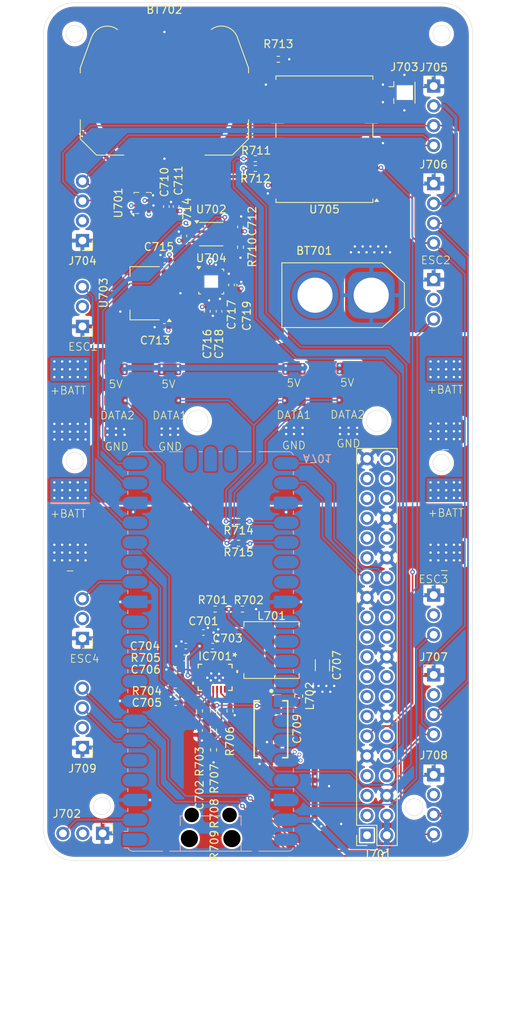
<source format=kicad_pcb>
(kicad_pcb (version 20241229) (generator "pcbnew") (generator_version "9.0")
  (layers (0 "F.Cu" signal) (4 "In1.Cu" signal) (6 "In2.Cu" signal) (2 "B.Cu" signal) (13 "F.Paste" user) (15 "B.Paste" user) (5 "F.SilkS" user "F.Silkscreen") (7 "B.SilkS" user "B.Silkscreen") (1 "F.Mask" user) (3 "B.Mask" user) (25 "Edge.Cuts" user))
  (net 0 "")
  (net 3 "Net-(A701-GPIO1)")
  (net 6 "/ESC/SIG3")
  (net 8 "/ESC/SIG1")
  (net 9 "Net-(A701-GPIO26_ADC0)")
  (net 10 "/Barometer/SDI (SDA)")
  (net 11 "Net-(A701-GPIO17)")
  (net 12 "/ESC/SIG4")
  (net 17 "/Barometer/SCK (SCL)")
  (net 18 "/aRGB_ws2812b/GPIO (aRGB front)")
  (net 20 "/ESC/SIG2")
  (net 26 "+BATT")
  (net 27 "/aRGB_ws2812b/GPIO (aRGB back)")
  (net 29 "Net-(BT702-+)")
  (net 30 "Net-(C702-Pad1)")
  (net 31 "Net-(IC701-SET)")
  (net 32 "+5V")
  (net 33 "Net-(IC701-SVIN)")
  (net 34 "/Buck_converter/+SW_1")
  (net 35 "Net-(U704-REGOUT)")
  (net 37 "Net-(IC701-RT)")
  (net 39 "Net-(IC701-PGFB)")
  (net 41 "Net-(IC701-VC)")
  (net 67 "GND")
  (net 73 "/Buck_converter/+SW")
  (net 74 "Net-(J703-In)")
  (net 79 "+3.3V")
  (net 80 "Net-(R707-Pad2)")
  (net 81 "Net-(U702-OE)")
  (net 82 "Net-(U705-TXD{slash}SPI_MISO)")
  (net 83 "+1V8")
  (net 84 "Net-(U705-RXD{slash}SPI_MOSI)")
  (net 85 "Net-(U705-LNA_EN)")
  (net 86 "/IMU/INT")
  (net 87 "/IMU/SCL")
  (net 88 "/IMU/SDA")
  (net 89 "Net-(U702-A2)")
  (net 90 "Net-(U702-A1)")
  (net 112 "/GPS/EXTINT")
  (net 117 "/GPS/TXD")
  (net 118 "/GPS/RXD")
  (net 120 "Net-(A701-GPIO16)")
  (net 121 "Net-(J718-Pin_2)")
  (net 122 "Net-(J720-Pin_2)")
  (footprint "Capacitor_SMD:C_0402_1005Metric_Pad0.74x0.62mm_HandSolder" (layer "F.Cu") (at 144.6825 134.5)
    (property "Reference" "C703")
    (property "Value" "1uF")
  )
  (footprint "Resistor_SMD:R_0402_1005Metric_Pad0.72x0.64mm_HandSolder" (layer "F.Cu") (at 148 118.5 180)
    (property "Reference" "R714")
    (property "Value" "33")
  )
  (footprint "Inductor_SMD:L_Coilcraft_XAL6060-XXX" (layer "F.Cu") (at 152.23 135)
    (property "Reference" "L701")
    (property "Value" "2.2uH")
  )
  (footprint "Resistor_SMD:R_0402_1005Metric_Pad0.72x0.64mm_HandSolder" (layer "F.Cu") (at 141.1525 136 180)
    (property "Reference" "R705")
    (property "Value" "33")
  )
  (footprint "my_footprints:aRGB_LED_PAD_CONN" (layer "F.Cu") (at 133.8 103 90)
    (property "Reference" "J721" (hide yes))
    (property "Value" "Conn_01x03")
  )
  (footprint "Resistor_SMD:R_0402_1005Metric_Pad0.72x0.64mm_HandSolder" (layer "F.Cu") (at 145 129.75)
    (property "Reference" "R701")
    (property "Value" "47k")
  )
  (footprint "my_footprints:ESC_Power_Pad_01x02" (layer "F.Cu") (at 126.4 118.54 90)
    (property "Reference" "J716" (hide yes))
    (property "Value" "Conn_01x02")
  )
  (footprint "my_footprints:ESC_Power_Pad_01x02" (layer "F.Cu") (at 126.4 103 90)
    (property "Reference" "J711" (hide yes))
    (property "Value" "Conn_01x02")
  )
  (footprint "my_footprints:aRGB_LED_PAD_CONN" (layer "F.Cu") (at 156.6 102.95 90)
    (property "Reference" "J719" (hide yes))
    (property "Value" "Conn_01x03")
  )
  (footprint "Connector_PinHeader_2.54mm:PinHeader_1x04_P2.54mm_Horizontal" (layer "F.Cu") (at 173 75.19)
    (property "Reference" "J706")
    (property "Value" "Conn_01x04")
  )
  (footprint "Resistor_SMD:R_0402_1005Metric_Pad0.72x0.64mm_HandSolder" (layer "F.Cu") (at 144.8 147.7975 -90)
    (property "Reference" "R709")
    (property "Value" "49.9k")
  )
  (footprint "Connector_PinHeader_2.54mm:PinHeader_1x03_P2.54mm_Horizontal" (layer "F.Cu") (at 173 87.5)
    (property "Reference" "J713" (hide yes))
    (property "Value" "Conn_01x03")
  )
  (footprint "Capacitor_SMD:C_1206_3216Metric_Pad1.33x1.80mm_HandSolder" (layer "F.Cu") (at 158.75 136.95 -90)
    (property "Reference" "C707")
    (property "Value" "47uF")
  )
  (footprint "RF_GPS:ublox_NEO" (layer "F.Cu") (at 159 69.5 180)
    (property "Reference" "U705")
    (property "Value" "NEO-M8N")
  )
  (footprint "Capacitor_SMD:C_0402_1005Metric_Pad0.74x0.62mm_HandSolder" (layer "F.Cu") (at 139.9325 141.75 180)
    (property "Reference" "C705")
    (property "Value" "1uF")
  )
  (footprint "Capacitor_SMD:C_0402_1005Metric_Pad0.74x0.62mm_HandSolder" (layer "F.Cu") (at 138.5 93.5 180)
    (property "Reference" "C713")
    (property "Value" "10uF")
  )
  (footprint "Resistor_SMD:R_0402_1005Metric_Pad0.72x0.64mm_HandSolder" (layer "F.Cu") (at 144.8 145.2975 -90)
    (property "Reference" "R708")
    (property "Value" "430k")
  )
  (footprint "Capacitor_SMD:C_0402_1005Metric_Pad0.74x0.62mm_HandSolder" (layer "F.Cu") (at 141.25 134.5 180)
    (property "Reference" "C704")
    (property "Value" "1uF")
  )
  (footprint "Connector_PinHeader_2.54mm:PinHeader_1x04_P2.54mm_Horizontal" (layer "F.Cu") (at 128 82.5 180)
    (property "Reference" "J704")
    (property "Value" "Conn_01x04")
  )
  (footprint "Connector_PinHeader_2.54mm:PinHeader_1x04_P2.54mm_Horizontal" (layer "F.Cu") (at 173 151)
    (property "Reference" "J708")
    (property "Value" "Conn_01x04")
  )
  (footprint "Capacitor_SMD:C_0402_1005Metric_Pad0.74x0.62mm_HandSolder" (layer "F.Cu") (at 139.9325 137.5 180)
    (property "Reference" "C706")
    (property "Value" "1uF")
  )
  (footprint "Package_TO_SOT_SMD:SOT-223-3_TabPin2" (layer "F.Cu") (at 136 89.25 180)
    (property "Reference" "U703")
    (property "Value" "LT1963AxST-1.8")
  )
  (footprint "Connector_PinHeader_2.54mm:PinHeader_1x04_P2.54mm_Horizontal" (layer "F.Cu") (at 173 138.19)
    (property "Reference" "J707")
    (property "Value" "Conn_01x04")
  )
  (footprint "Capacitor_SMD:C_0402_1005Metric_Pad0.74x0.62mm_HandSolder" (layer "F.Cu") (at 143.5 132.75)
    (property "Reference" "C701")
    (property "Value" "4,7uF")
  )
  (footprint "Resistor_SMD:R_0402_1005Metric_Pad0.72x0.64mm_HandSolder" (layer "F.Cu") (at 139.9025 140.25 180)
    (property "Reference" "R704")
    (property "Value" "49.9k")
  )
  (footprint "Package_SO:SSOP-8_2.95x2.8mm_P0.65mm" (layer "F.Cu") (at 144.5 81.675)
    (property "Reference" "U702")
    (property "Value" "TXS0102DCT")
  )
  (footprint "Connector_PinHeader_2.54mm:PinHeader_1x03_P2.54mm_Horizontal" (layer "F.Cu") (at 128 93.5 180)
    (property "Reference" "J710" (hide yes))
    (property "Value" "Conn_01x03")
  )
  (footprint "my_footprints:ESC_Power_Pad_01x02" (layer "F.Cu") (at 174.6 102.97 90)
    (property "Reference" "J712" (hide yes))
    (property "Value" "Conn_01x02")
  )
  (footprint "Capacitor_SMD:C_0402_1005Metric_Pad0.74x0.62mm_HandSolder" (layer "F.Cu") (at 143 145.3 -90)
    (property "Reference" "C702")
    (property "Value" "3.3nF")
  )
  (footprint "Capacitor_SMD:C_0402_1005Metric_Pad0.74x0.62mm_HandSolder" (layer "F.Cu") (at 140 78.13288 90)
    (property "Reference" "C711")
    (property "Value" "100nF")
  )
  (footprint "Sensor_Motion:InvenSense_QFN-24_3x3mm_P0.4mm" (layer "F.Cu") (at 144.5 87.75)
    (property "Reference" "U704")
    (property "Value" "ICM-20948")
  )
  (footprint "Resistor_SMD:R_0402_1005Metric_Pad0.72x0.64mm_HandSolder" (layer "F.Cu") (at 150.1525 73.25)
    (property "Reference" "R712")
    (property "Value" "33")
  )
  (footprint "Connector_PinHeader_2.54mm:PinHeader_1x03_P2.54mm_Horizontal" (layer "F.Cu") (at 128 133.5 180)
    (property "Reference" "J717" (hide yes))
    (property "Value" "Conn_01x03")
  )
  (footprint "Resistor_SMD:R_0402_1005Metric_Pad0.72x0.64mm_HandSolder" (layer "F.Cu") (at 148.5 129.75)
    (property "Reference" "R702")
    (property "Value" "10k")
  )
  (footprint "Connector_PinHeader_2.54mm:PinHeader_1x04_P2.54mm_Horizontal" (layer "F.Cu") (at 173 62.69)
    (property "Reference" "J705")
    (property "Value" "Conn_01x04")
  )
  (footprint "Capacitor_SMD:C_0402_1005Metric_Pad0.74x0.62mm_HandSolder" (layer "F.Cu") (at 144 91.5675 -90)
    (property "Reference" "C716")
    (property "Value" "100nF")
  )
  (footprint "Resistor_SMD:R_0402_1005Metric_Pad0.72x0.64mm_HandSolder" (layer "F.Cu") (at 146.9 142.7975 -90)
    (property "Reference" "R706")
    (property "Value" "47k")
  )
  (footprint "Connector_PinHeader_2.54mm:PinHeader_1x03_P2.54mm_Horizontal" (layer "F.Cu") (at 130.58 158.5 -90)
    (property "Reference" "J702")
    (property "Value" "Conn_01x03")
  )
  (footprint "my_footprints:aRGB_LED_PAD_CONN" (layer "F.Cu") (at 163.55 102.9 90)
    (property "Reference" "J720" (hide yes))
    (property "Value" "Conn_01x03")
  )
  (footprint "Connector_PinHeader_2.54mm:PinHeader_1x03_P2.54mm_Horizontal" (layer "F.Cu") (at 173 127.96)
    (property "Reference" "J715" (hide yes))
    (property "Value" "Conn_01x03")
  )
  (footprint "Capacitor_SMD:C_0402_1005Metric_Pad0.74x0.62mm_HandSolder" (layer "F.Cu") (at 138.55 85 180)
    (property "Reference" "C715")
    (property "Value" "10uF")
  )
  (footprint "my_footprints:aRGB_LED_PAD_CONN" (layer "F.Cu") (at 140.65 103 90)
    (property "Reference" "J718" (hide yes))
    (property "Value" "Conn_01x03")
  )
  (footprint "Connector_Coaxial:U.FL_Hirose_U.FL-R-SMT-1_Vertical" (layer "F.Cu") (at 168.775 63.525)
    (property "Reference" "J703")
    (property "Value" "Conn_Coaxial")
  )
  (footprint "Resistor_SMD:R_0402_1005Metric_Pad0.72x0.64mm_HandSolder" (layer "F.Cu") (at 148.0025 121.3 180)
    (property "Reference" "R715")
    (property "Value" "33")
  )
  (footprint "Capacitor_SMD:C_0402_1005Metric_Pad0.74x0.62mm_HandSolder" (layer "F.Cu") (at 138.75 78.13288 90)
    (property "Reference" "C710")
    (property "Value" "100nF")
  )
  (footprint "Capacitor_SMD:C_0402_1005Metric_Pad0.74x0.62mm_HandSolder" (layer "F.Cu") (at 147.1 88.1825 90)
    (property "Reference" "C717")
    (property "Value" "100nF")
  )
  (footprint "Battery:BatteryHolder_Keystone_3034_1x20mm" (layer "F.Cu") (at 138.5 64 180)
    (property "Reference" "BT702")
    (property "Value" "Battery_Cell")
  )
  (footprint "Capacitor_SMD:C_0402_1005Metric_Pad0.74x0.62mm_HandSolder" (layer "F.Cu") (at 148.15 88.2 90)
    (property "Reference" "C719")
    (property "Value" "100nF")
  )
  (footprint "Capacitor_SMD:C_0402_1005Metric_Pad0.74x0.62mm_HandSolder" (layer "F.Cu") (at 145.5 91.5675 -90)
    (property "Reference" "C718")
    (property "Value" "100nF")
  )
  (footprint "Connector_PinHeader_2.54mm:PinHeader_1x04_P2.54mm_Horizontal" (layer "F.Cu") (at 128 147.5 180)
    (property "Reference" "J709")
    (property "Value" "Conn_01x04")
  )
  (footprint "my_footprints:CAPMP7343X430N" (layer "F.Cu") (at 152.15 145.15 -90)
    (property "Reference" "C709")
    (property "Value" "330uF")
  )
  (footprint "Inductor_SMD:L_0603_1608Metric_Pad1.05x0.95mm_HandSolder" (layer "F.Cu") (at 155.7 140.9 -90)
    (property "Reference" "L702")
    (property "Value" "3A, 30mOhm")
  )
  (footprint "Connector_PinSocket_2.54mm:PinSocket_2x20_P2.54mm_Vertical" (layer "F.Cu") (at 164.46 158.74 180)
    (property "Reference" "J701")
    (property "Value" "Raspberry_Pi_4")
  )
  (footprint "Resistor_SMD:R_0402_1005Metric_Pad0.72x0.64mm_HandSolder" (layer "F.Cu") (at 143 142.8 -90)
    (property "Reference" "R703")
    (property "Value" "1.5k")
  )
  (footprint "Resistor_SMD:R_0402_1005Metric_Pad0.72x0.64mm_HandSolder" (layer "F.Cu") (at 150.1525 72)
    (property "Reference" "R711")
    (property "Value" "33")
  )
  (footprint "Package_LGA:Bosch_LGA-8_2x2.5mm_P0.65mm_ClockwisePinNumbering" (layer "F.Cu") (at 135.7 77.675 90)
    (property "Reference" "U701")
    (property "Value" "BMP280")
  )
  (footprint "Resistor_SMD:R_0402_1005Metric_Pad0.72x0.64mm_HandSolder" (layer "F.Cu") (at 153.0975 59.25)
    (property "Reference" "R713")
    (property "Value" "10k")
  )
  (footprint "Connector_AMASS:AMASS_XT60-M_1x02_P7.20mm_Vertical" (layer "F.Cu") (at 165 89.5 180)
    (property "Reference" "BT701")
    (property "Value" "Battery_Cell")
  )
  (footprint "my_footprints:QFN-20" (layer "F.Cu") (at 145 138.5 -90)
    (property "Reference" "IC701")
    (property "Value" "LT8622S")
  )
  (footprint "Capacitor_SMD:C_0402_1005Metric_Pad0.74x0.62mm_HandSolder" (layer "F.Cu") (at 148.25 80.75 90)
    (property "Reference" "C712")
    (property "Value" "100nF")
  )
  (footprint "my_footprints:ESC_Power_Pad_01x02" (layer "F.Cu") (at 174.6 118.5 90)
    (property "Reference" "J714" (hide yes))
    (property "Value" "Conn_01x02")
  )
  (footprint "Resistor_SMD:R_0402_1005Metric_Pad0.72x0.64mm_HandSolder" (layer "F.Cu") (at 144.8 142.8025 -90)
    (property "Reference" "R707")
    (property "Value" "22k")
  )
  (footprint "Resistor_SMD:R_0402_1005Metric_Pad0.72x0.64mm_HandSolder" (layer "F.Cu") (at 148.25 83.3475 -90)
    (property "Reference" "R710")
    (property "Value" "10k")
  )
  (footprint "Capacitor_SMD:C_0402_1005Metric_Pad0.74x0.62mm_HandSolder" (layer "F.Cu") (at 141 81.9 90)
    (property "Reference" "C714")
    (property "Value" "100nF")
  )
  (footprint "Module:RaspberryPi_Pico_SMD_HandSolder" (layer "B.Cu") (at 144.425 135.175)
    (property "Reference" "A701")
    (property "Value" "RaspberryPi_Pico_W")
  )
  (gr_circle (center 174 111) (end 175.1 111) (stroke (width 0.05)) (fill no) (layer "Edge.Cuts"))
  (gr_circle (center 170.5 155.15) (end 171.6 155.15) (stroke (width 0.05)) (fill no) (layer "Edge.Cuts"))
  (gr_circle (center 142.73 105.61) (end 144.105 105.61) (stroke (width 0.05)) (fill no) (layer "Edge.Cuts"))
  (gr_circle (center 174 56) (end 175.1 56) (stroke (width 0.05)) (fill no) (layer "Edge.Cuts"))
  (gr_arc (start 123.000001 55.999999) (mid 124.171574 53.171573) (end 127 52) (stroke (width 0.05)) (layer "Edge.Cuts"))
  (gr_arc (start 174 52.000001) (mid 176.828426 53.171574) (end 177.999999 56) (stroke (width 0.05)) (layer "Edge.Cuts"))
  (gr_arc (start 178 158) (mid 176.828427 160.828426) (end 174.000001 161.999999) (stroke (width 0.05)) (layer "Edge.Cuts"))
  (gr_line (start 127 52.000001) (end 174 52.000001) (stroke (width 0.05)) (layer "Edge.Cuts"))
  (gr_line (start 177.999999 56) (end 178 158) (stroke (width 0.05)) (layer "Edge.Cuts"))
  (gr_circle (center 130.5 155) (end 131.6 155) (stroke (width 0.05)) (fill no) (layer "Edge.Cuts"))
  (gr_circle (center 127 56) (end 128.1 56) (stroke (width 0.05)) (fill no) (layer "Edge.Cuts"))
  (gr_circle (center 127 110.75) (end 128.1 110.75) (stroke (width 0.05)) (fill no) (layer "Edge.Cuts"))
  (gr_line (start 174.000001 161.999999) (end 127 161.999999) (stroke (width 0.05)) (layer "Edge.Cuts"))
  (gr_arc (start 126.999999 161.999999) (mid 124.171573 160.828426) (end 123 158) (stroke (width 0.05)) (layer "Edge.Cuts"))
  (gr_line (start 123 158) (end 123.000001 55.999999) (stroke (width 0.05)) (layer "Edge.Cuts"))
  (gr_circle (center 165.73 105.61) (end 167.105 105.61) (stroke (width 0.05)) (fill no) (layer "Edge.Cuts"))
  (gr_text "ESC1" (at 126.1 96.7 0) (layer "F.SilkS") (effects (font (size 1 1) (thickness 0.1)) (justify left bottom)))
  (gr_text "+BATT" (at 123.8 118.1 0) (layer "F.SilkS") (effects (font (size 1 1) (thickness 0.1)) (justify left bottom)))
  (gr_text "+BATT" (at 172.1 102.2 0) (layer "F.SilkS") (effects (font (size 1 1) (thickness 0.1)) (justify left bottom)))
  (gr_text "ESC4" (at 126.3 136.7 0) (layer "F.SilkS") (effects (font (size 1 1) (thickness 0.1)) (justify left bottom)))
  (gr_text "+BATT" (at 172.2 118 0) (layer "F.SilkS") (effects (font (size 1 1) (thickness 0.1)) (justify left bottom)))
  (gr_text "ESC3" (at 171 126.5 0) (layer "F.SilkS") (effects (font (size 1 1) (thickness 0.1)) (justify left bottom)))
  (gr_text "+BATT" (at 123.8 102.3 0) (layer "F.SilkS") (effects (font (size 1 1) (thickness 0.1)) (justify left bottom)))
  (gr_text "ESC2" (at 171.3 85.6 0) (layer "F.SilkS") (effects (font (size 1 1) (thickness 0.1)) (justify left bottom)))
  (segment (start 127.235 156.765) (end 125.5 158.5) (width 0.2) (layer "B.Cu") (net 3))
  (segment (start 134.735 156.765) (end 127.235 156.765) (width 0.2) (layer "B.Cu") (net 3))
  (segment (start 167.47676 154.811) (end 157.065122 154.811) (width 0.2) (layer "B.Cu") (net 6))
  (segment (start 172.66 133.04) (end 170.8 134.9) (width 0.2) (layer "B.Cu") (net 6))
  (segment (start 173 133.04) (end 172.66 133.04) (width 0.2) (layer "B.Cu") (net 6))
  (segment (start 155.040122 152.786) (end 152.010239 152.786) (width 0.2) (layer "B.Cu") (net 6))
  (segment (start 157.065122 154.811) (end 155.040122 152.786) (width 0.2) (layer "B.Cu") (net 6))
  (segment (start 152.010239 152.786) (end 138 138.775761) (width 0.2) (layer "B.Cu") (net 6))
  (segment (start 170.8 134.9) (end 170.8 151.48776) (width 0.2) (layer "B.Cu") (net 6))
  (segment (start 170.8 151.48776) (end 167.47676 154.811) (width 0.2) (layer "B.Cu") (net 6))
  (segment (start 138 138.775761) (end 138 127.01) (width 0.2) (layer "B.Cu") (net 6))
  (segment (start 138 127.01) (end 134.735 123.745) (width 0.2) (layer "B.Cu") (net 6))
  (segment (start 129.3 89.72) (end 129.3 114.83) (width 0.2) (layer "B.Cu") (net 8))
  (segment (start 133.135 118.665) (end 134.735 118.665) (width 0.2) (layer "B.Cu") (net 8))
  (segment (start 129.3 114.83) (end 133.135 118.665) (width 0.2) (layer "B.Cu") (net 8))
  (segment (start 128 88.42) (end 129.3 89.72) (width 0.2) (layer "B.Cu") (net 8))
  (segment (start 146.75 129.75) (end 147.9025 129.75) (width 0.5) (layer "F.Cu") (net 9))
  (segment (start 145.5975 129.75) (end 146.75 129.75) (width 0.5) (layer "F.Cu") (net 9))
  (via (at 146.75 129.75) (size 0.6) (drill 0.3) (layers "F.Cu" "B.Cu") (net 9))
  (segment (start 146.75 129.75) (end 146.75 130.8) (width 0.3) (layer "B.Cu") (net 9))
  (segment (start 152.395 136.445) (end 154.115 136.445) (width 0.3) (layer "B.Cu") (net 9))
  (segment (start 146.75 130.8) (end 152.395 136.445) (width 0.3) (layer "B.Cu") (net 9))
  (segment (start 176 79.25) (end 176 68.75) (width 0.2) (layer "F.Cu") (net 10))
  (segment (start 174.17 143.27) (end 175.75 144.85) (width 0.2) (layer "F.Cu") (net 10))
  (segment (start 173 143.27) (end 174.17 143.27) (width 0.2) (layer "F.Cu") (net 10))
  (segment (start 128.07 77.35) (end 134.9 77.35) (width 0.2) (layer "F.Cu") (net 10))
  (segment (start 175 67.75) (end 173.02 67.75) (width 0.2) (layer "F.Cu") (net 10))
  (segment (start 175.2 157.55) (end 175.2 159.8) (width 0.2) (layer "F.Cu") (net 10))
  (segment (start 175.75 144.85) (end 175.75 154.15) (width 0.2) (layer "F.Cu") (net 10))
  (segment (start 173.02 67.75) (end 173 67.77) (width 0.2) (layer "F.Cu") (net 10))
  (segment (start 174.98 80.27) (end 176 79.25) (width 0.2) (layer "F.Cu") (net 10))
  (segment (start 173.601 161.399) (end 154.899 161.399) (width 0.2) (layer "F.Cu") (net 10))
  (segment (start 173.82 156.08) (end 173 156.08) (width 0.2) (layer "F.Cu") (net 10))
  (segment (start 154.899 161.399) (end 148.5 155) (width 0.2) (layer "F.Cu") (net 10))
  (segment (start 173 80.27) (end 174.98 80.27) (width 0.2) (layer "F.Cu") (net 10))
  (segment (start 175.75 154.15) (end 173.82 156.08) (width 0.2) (layer "F.Cu") (net 10))
  (segment (start 173 156.08) (end 173.73 156.08) (width 0.2) (layer "F.Cu") (net 10))
  (segment (start 173.73 156.08) (end 175.2 157.55) (width 0.2) (layer "F.Cu") (net 10))
  (segment (start 128 77.42) (end 128.07 77.35) (width 0.2) (layer "F.Cu") (net 10))
  (segment (start 175.2 159.8) (end 173.601 161.399) (width 0.2) (layer "F.Cu") (net 10))
  (segment (start 176 68.75) (end 175 67.75) (width 0.2) (layer "F.Cu") (net 10))
  (via (at 148.5 155) (size 0.6) (drill 0.3) (layers "F.Cu" "B.Cu") (net 10))
  (segment (start 128 142.42) (end 132.185 146.605) (width 0.2) (layer "B.Cu") (net 10))
  (segment (start 125.5 74.92) (end 125.5 71.29) (width 0.2) (layer "B.Cu") (net 10))
  (segment (start 137.75 152.25) (end 137.75 147.75) (width 0.2) (layer "B.Cu") (net 10))
  (segment (start 137.75 147.75) (end 136.605 146.605) (width 0.2) (layer "B.Cu") (net 10))
  (segment (start 139.949537 154.449537) (end 137.75 152.25) (width 0.2) (layer "B.Cu") (net 10))
  (segment (start 177.399 84.669) (end 173 80.27) (width 0.2) (layer "B.Cu") (net 10))
  (segment (start 177.399 138.871) (end 177.399 84.669) (width 0.2) (layer "B.Cu") (net 10))
  (segment (start 148.5 155) (end 147.949537 154.449537) (width 0.2) (layer "B.Cu") (net 10))
  (segment (start 129.02 67.77) (end 173 67.77) (width 0.2) (layer "B.Cu") (net 10))
  (segment (start 132.185 146.605) (end 134.735 146.605) (width 0.2) (layer "B.Cu") (net 10))
  (segment (start 125.5 71.29) (end 129.02 67.77) (width 0.2) (layer "B.Cu") (net 10))
  (segment (start 136.605 146.605) (end 134.735 146.605) (width 0.2) (layer "B.Cu") (net 10))
  (segment (start 128 77.42) (end 125.5 74.92) (width 0.2) (layer "B.Cu") (net 10))
  (segment (start 147.949537 154.449537) (end 139.949537 154.449537) (width 0.2) (layer "B.Cu") (net 10))
  (segment (start 173 143.27) (end 177.399 138.871) (width 0.2) (layer "B.Cu") (net 10))
  (segment (start 163.97 125.72) (end 164.46 125.72) (width 0.2) (layer "B.Cu") (net 11))
  (segment (start 158.75 120.5) (end 163.97 125.72) (width 0.2) (layer "B.Cu") (net 11))
  (segment (start 156.585 113.585) (end 158.75 115.75) (width 0.2) (layer "B.Cu") (net 11))
  (segment (start 158.75 115.75) (end 158.75 120.5) (width 0.2) (layer "B.Cu") (net 11))
  (segment (start 154.115 113.585) (end 156.585 113.585) (width 0.2) (layer "B.Cu") (net 11))
  (segment (start 130.135 126.285) (end 134.735 126.285) (width 0.2) (layer "B.Cu") (net 12))
  (segment (start 128 128.42) (end 130.135 126.285) (width 0.2) (layer "B.Cu") (net 12))
  (segment (start 171.69 145.81) (end 173 145.81) (width 0.2) (layer "F.Cu") (net 17))
  (segment (start 171.5 160.75) (end 156.25 160.75) (width 0.2) (layer "F.Cu") (net 17))
  (segment (start 130.2 76.7) (end 134.9 76.7) (width 0.2) (layer "F.Cu") (net 17))
  (segment (start 173 158.62) (end 171.32 158.62) (width 0.2) (layer "F.Cu") (net 17))
  (segment (start 168.799 156.099) (end 168.799 148.701) (width 0.2) (layer "F.Cu") (net 17))
  (segment (start 173 159.25) (end 171.5 160.75) (width 0.2) (layer "F.Cu") (net 17))
  (segment (start 128.38 74.88) (end 130.2 76.7) (width 0.2) (layer "F.Cu") (net 17))
  (segment (start 171.32 158.62) (end 168.799 156.099) (width 0.2) (layer "F.Cu") (net 17))
  (segment (start 156.25 160.75) (end 149.5 154) (width 0.2) (layer "F.Cu") (net 17))
  (segment (start 170.25 71.5) (end 170.25 82) (width 0.2) (layer "F.Cu") (net 17))
  (segment (start 170.25 82) (end 171.06 82.81) (width 0.2) (layer "F.Cu") (net 17))
  (segment (start 171.06 82.81) (end 173 82.81) (width 0.2) (layer "F.Cu") (net 17))
  (segment (start 173 158.62) (end 173 159.25) (width 0.2) (layer "F.Cu") (net 17))
  (segment (start 168.799 148.701) (end 171.69 145.81) (width 0.2) (layer "F.Cu") (net 17))
  (segment (start 128 74.88) (end 128.38 74.88) (width 0.2) (layer "F.Cu") (net 17))
  (segment (start 173 70.31) (end 171.44 70.31) (width 0.2) (layer "F.Cu") (net 17))
  (segment (start 171.44 70.31) (end 170.25 71.5) (width 0.2) (layer "F.Cu") (net 17))
  (via (at 149.5 154) (size 0.6) (drill 0.3) (layers "F.Cu" "B.Cu") (net 17))
  (segment (start 141.277063 153.726) (end 141.240996 153.689933) (width 0.2) (layer "B.Cu") (net 17))
  (segment (start 128 139.88) (end 128 140) (width 0.2) (layer "B.Cu") (net 17))
  (segment (start 139 146.5) (end 136.565 144.065) (width 0.2) (layer "B.Cu") (net 17))
  (segment (start 142.480241 153.726) (end 141.277063 153.726) (width 0.2) (layer "B.Cu") (net 17))
  (segment (start 171.5 137.388) (end 171.5 144.31) (width 0.2) (layer "B.Cu") (net 17))
  (segment (start 173 82.81) (end 176.997 86.807) (width 0.2) (layer "B.Cu") (net 17))
  (segment (start 176.997 86.807) (end 176.997 131.891) (width 0.2) (layer "B.Cu") (net 17))
  (segment (start 141.193015 153.689933) (end 140.876139 153.373057) (width 0.2) (layer "B.Cu") (net 17))
  (segment (start 149.223861 153.723861) (end 142.48238 153.723861) (width 0.2) (layer "B.Cu") (net 17))
  (segment (start 140.876139 153.325076) (end 139 151.448937) (width 0.2) (layer "B.Cu") (net 17))
  (segment (start 128 140) (end 132.065 144.065) (width 0.2) (layer "B.Cu") (net 17))
  (segment (start 173 70.31) (end 171.69 69) (width 0.2) (layer "B.Cu") (net 17))
  (segment (start 171.69 69) (end 133.88 69) (width 0.2) (layer "B.Cu") (net 17))
  (segment (start 176.997 131.891) (end 171.5 137.388) (width 0.2) (layer "B.Cu") (net 17))
  (segment (start 142.48238 153.723861) (end 142.480241 153.726) (width 0.2) (layer "B.Cu") (net 17))
  (segment (start 136.565 144.065) (end 134.735 144.065) (width 0.2) (layer "B.Cu") (net 17))
  (segment (start 133.88 69) (end 128 74.88) (width 0.2) (layer "B.Cu") (net 17))
  (segment (start 141.240996 153.689933) (end 141.193015 153.689933) (width 0.2) (layer "B.Cu") (net 17))
  (segment (start 149.5 154) (end 149.223861 153.723861) (width 0.2) (layer "B.Cu") (net 17))
  (segment (start 140.876139 153.373057) (end 140.876139 153.325076) (width 0.2) (layer "B.Cu") (net 17))
  (segment (start 139 151.448937) (end 139 146.5) (width 0.2) (layer "B.Cu") (net 17))
  (segment (start 132.065 144.065) (end 134.735 144.065) (width 0.2) (layer "B.Cu") (net 17))
  (segment (start 171.5 144.31) (end 173 145.81) (width 0.2) (layer "B.Cu") (net 17))
  (segment (start 149.4 118.5) (end 148.5975 118.5) (width 0.2) (layer "F.Cu") (net 18))
  (via (at 149.4 118.5) (size 0.6) (drill 0.3) (layers "F.Cu" "B.Cu") (net 18))
  (segment (start 149.565 118.665) (end 149.4 118.5) (width 0.2) (layer "B.Cu") (net 18))
  (segment (start 154.115 118.665) (end 149.565 118.665) (width 0.2) (layer "B.Cu") (net 18))
  (segment (start 152.85895 150.584) (end 139.1 136.82505) (width 0.2) (layer "B.Cu") (net 20))
  (segment (start 163.98324 152.271) (end 162.29624 150.584) (width 0.2) (layer "B.Cu") (net 20))
  (segment (start 139.1 136.82505) (end 139.1 125.57) (width 0.2) (layer "B.Cu") (net 20))
  (segment (start 170.1 127.7) (end 170.1 149.64776) (width 0.2) (layer "B.Cu") (net 20))
  (segment (start 167.47676 152.271) (end 163.98324 152.271) (width 0.2) (layer "B.Cu") (net 20))
  (segment (start 170.1 149.64776) (end 167.47676 152.271) (width 0.2) (layer "B.Cu") (net 20))
  (segment (start 139.1 125.57) (end 134.735 121.205) (width 0.2) (layer "B.Cu") (net 20))
  (segment (start 162.29624 150.584) (end 152.85895 150.584) (width 0.2) (layer "B.Cu") (net 20))
  (segment (start 170.9 126.9) (end 170.1 127.7) (width 0.2) (layer "B.Cu") (net 20))
  (segment (start 170.9 94.68) (end 170.9 126.9) (width 0.2) (layer "B.Cu") (net 20))
  (segment (start 173 92.58) (end 170.9 94.68) (width 0.2) (layer "B.Cu") (net 20))
  (segment (start 142.9807 138.25) (end 141.5 138.25) (width 0.2) (layer "F.Cu") (net 26))
  (segment (start 143 114.8) (end 143.1 114.7) (width 2) (layer "F.Cu") (net 26))
  (segment (start 142.9325 132.75) (end 142.9 132.7175) (width 0.75) (layer "F.Cu") (net 26))
  (segment (start 143 129.75) (end 143 114.8) (width 2) (layer "F.Cu") (net 26))
  (segment (start 126.4 99) (end 126.4 99.25) (width 0.2) (layer "F.Cu") (net 26))
  (segment (start 144.4025 129.75) (end 143 129.75) (width 0.5) (layer "F.Cu") (net 26))
  (segment (start 142.9 129.85) (end 143 129.75) (width 0.75) (layer "F.Cu") (net 26))
  (segment (start 142.9 132.7175) (end 142.9 129.85) (width 0.75) (layer "F.Cu") (net 26))
  (segment (start 128.36 114.54) (end 128.499 114.401) (width 0.2) (layer "F.Cu") (net 26))
  (via (at 124.4 100) (size 0.6) (drill 0.3) (layers "F.Cu" "B.Cu") (net 26))
  (via (at 176.347 115.5) (size 0.6) (drill 0.3) (layers "F.Cu" "B.Cu") (net 26))
  (via (at 172.6 114.5) (size 0.6) (drill 0.3) (layers "F.Cu" "B.Cu") (net 26))
  (via (at 176.347 113.5) (size 0.6) (drill 0.3) (layers "F.Cu" "B.Cu") (net 26))
  (via (at 173.6 99) (size 0.6) (drill 0.3) (layers "F.Cu" "B.Cu") (net 26))
  (via (at 175.6 100) (size 0.6) (drill 0.3) (layers "F.Cu" "B.Cu") (net 26))
  (via (at 175.6 99) (size 0.6) (drill 0.3) (layers "F.Cu" "B.Cu") (net 26))
  (via (at 127.4 115.5) (size 0.6) (drill 0.3) (layers "F.Cu" "B.Cu") (net 26))
  (via (at 173.6 114.5) (size 0.6) (drill 0.3) (layers "F.Cu" "B.Cu") (net 26))
  (via (at 126.4 98) (size 0.6) (drill 0.3) (layers "F.Cu" "B.Cu") (net 26))
  (via (at 127.4 113.5) (size 0.6) (drill 0.3) (layers "F.Cu" "B.Cu") (net 26))
  (via (at 173.6 115.5) (size 0.6) (drill 0.3) (layers "F.Cu" "B.Cu") (net 26))
  (via (at 176.347 114.5) (size 0.6) (drill 0.3) (layers "F.Cu" "B.Cu") (net 26))
  (via (at 125.4 99) (size 0.6) (drill 0.3) (layers "F.Cu" "B.Cu") (net 26))
  (via (at 128.4 98) (size 0.6) (drill 0.3) (layers "F.Cu" "B.Cu") (net 26))
  (via (at 176.347 99) (size 0.6) (drill 0.3) (layers "F.Cu" "B.Cu") (net 26))
  (via (at 124.4 113.5) (size 0.6) (drill 0.3) (layers "F.Cu" "B.Cu") (net 26))
  (via (at 124.4 99) (size 0.6) (drill 0.3) (layers "F.Cu" "B.Cu") (net 26))
  (via (at 126.4 115.5) (size 0.6) (drill 0.3) (layers "F.Cu" "B.Cu") (net 26))
  (via (at 125.4 100) (size 0.6) (drill 0.3) (layers "F.Cu" "B.Cu") (net 26))
  (via (at 172.6 115.5) (size 0.6) (drill 0.3) (layers "F.Cu" "B.Cu") (net 26))
  (via (at 176.347 100) (size 0.6) (drill 0.3) (layers "F.Cu" "B.Cu") (net 26))
  (via (at 143 134.5) (size 0.6) (drill 0.3) (layers "F.Cu" "B.Cu") (net 26))
  (via (at 141.5 138.25) (size 0.6) (drill 0.3) (layers "F.Cu" "B.Cu") (net 26))
  (via (at 174.6 114.5) (size 0.6) (drill 0.3) (layers "F.Cu" "B.Cu") (net 26))
  (via (at 125.4 115.5) (size 0.6) (drill 0.3) (layers "F.Cu" "B.Cu") (net 26))
  (via (at 172.6 98) (size 0.6) (drill 0.3) (layers "F.Cu" "B.Cu") (net 26))
  (via (at 124.4 115.5) (size 0.6) (drill 0.3) (layers "F.Cu" "B.Cu") (net 26))
  (via (at 126.4 99) (size 0.6) (drill 0.3) (layers "F.Cu" "B.Cu") (net 26))
  (via (at 176.347 98) (size 0.6) (drill 0.3) (layers "F.Cu" "B.Cu") (net 26))
  (via (at 128.4 99) (size 0.6) (drill 0.3) (layers "F.Cu" "B.Cu") (net 26))
  (via (at 126.4 114.5) (size 0.6) (drill 0.3) (layers "F.Cu" "B.Cu") (net 26))
  (via (at 173.6 100) (size 0.6) (drill 0.3) (layers "F.Cu" "B.Cu") (net 26))
  (via (at 128.4 115.5) (size 0.6) (drill 0.3) (layers "F.Cu" "B.Cu") (net 26))
  (via (at 173.6 113.5) (size 0.6) (drill 0.3) (layers "F.Cu" "B.Cu") (net 26))
  (via (at 127.4 114.5) (size 0.6) (drill 0.3) (layers "F.Cu" "B.Cu") (net 26))
  (via (at 127.4 100) (size 0.6) (drill 0.3) (layers "F.Cu" "B.Cu") (net 26))
  (via (at 125.4 98) (size 0.6) (drill 0.3) (layers "F.Cu" "B.Cu") (net 26))
  (via (at 126.4 113.5) (size 0.6) (drill 0.3) (layers "F.Cu" "B.Cu") (net 26))
  (via (at 127.4 99) (size 0.6) (drill 0.3) (layers "F.Cu" "B.Cu") (net 26))
  (via (at 175.6 114.5) (size 0.6) (drill 0.3) (layers "F.Cu" "B.Cu") (net 26))
  (via (at 128.4 113.5) (size 0.6) (drill 0.3) (layers "F.Cu" "B.Cu") (net 26))
  (via (at 175.6 98) (size 0.6) (drill 0.3) (layers "F.Cu" "B.Cu") (net 26))
  (via (at 172.6 113.5) (size 0.6) (drill 0.3) (layers "F.Cu" "B.Cu") (net 26))
  (via (at 174.6 113.5) (size 0.6) (drill 0.3) (layers "F.Cu" "B.Cu") (net 26))
  (via (at 128.4 100) (size 0.6) (drill 0.3) (layers "F.Cu" "B.Cu") (net 26))
  (via (at 175.6 115.5) (size 0.6) (drill 0.3) (layers "F.Cu" "B.Cu") (net 26))
  (via (at 174.6 115.5) (size 0.6) (drill 0.3) (layers "F.Cu" "B.Cu") (net 26))
  (via (at 125.4 114.5) (size 0.6) (drill 0.3) (layers "F.Cu" "B.Cu") (net 26))
  (via (at 172.6 100) (size 0.6) (drill 0.3) (layers "F.Cu" "B.Cu") (net 26))
  (via (at 127.4 98) (size 0.6) (drill 0.3) (layers "F.Cu" "B.Cu") (net 26))
  (via (at 126.4 100) (size 0.6) (drill 0.3) (layers "F.Cu" "B.Cu") (net 26))
  (via (at 128.4 114.5) (size 0.6) (drill 0.3) (layers "F.Cu" "B.Cu") (net 26))
  (via (at 172.6 99) (size 0.6) (drill 0.3) (layers "F.Cu" "B.Cu") (net 26))
  (via (at 175.6 113.5) (size 0.6) (drill 0.3) (layers "F.Cu" "B.Cu") (net 26))
  (via (at 174.6 99) (size 0.6) (drill 0.3) (layers "F.Cu" "B.Cu") (net 26))
  (via (at 124.4 114.5) (size 0.6) (drill 0.3) (layers "F.Cu" "B.Cu") (net 26))
  (via (at 125.4 113.5) (size 0.6) (drill 0.3) (layers "F.Cu" "B.Cu") (net 26))
  (via (at 173.6 98) (size 0.6) (drill 0.3) (layers "F.Cu" "B.Cu") (net 26))
  (via (at 174.6 98) (size 0.6) (drill 0.3) (layers "F.Cu" "B.Cu") (net 26))
  (via (at 174.6 100) (size 0.6) (drill 0.3) (layers "F.Cu" "B.Cu") (net 26))
  (via (at 124.4 98) (size 0.6) (drill 0.3) (layers "F.Cu" "B.Cu") (net 26))
  (segment (start 141.5 138.25) (end 141.5 136) (width 0.3) (layer "B.Cu") (net 26))
  (segment (start 141.5 136) (end 143 134.5) (width 0.3) (layer "B.Cu") (net 26))
  (segment (start 149.4575 121.361061) (end 148.661061 121.361061) (width 0.2) (layer "F.Cu") (net 27))
  (segment (start 148.661061 121.361061) (end 148.6 121.3) (width 0.2) (layer "F.Cu") (net 27))
  (via (at 149.4575 121.361061) (size 0.6) (drill 0.3) (layers "F.Cu" "B.Cu") (net 27))
  (segment (start 154.115 121.205) (end 149.613561 121.205) (width 0.2) (layer "B.Cu") (net 27))
  (segment (start 149.613561 121.205) (end 149.4575 121.361061) (width 0.2) (layer "B.Cu") (net 27))
  (segment (start 144.5 74.25) (end 144.45 74.3) (width 0.4) (layer "F.Cu") (net 29))
  (segment (start 127.515 68.265) (end 133.55 74.3) (width 0.4) (layer "F.Cu") (net 29))
  (segment (start 153 74.3) (end 144.55 74.3) (width 0.4) (layer "F.Cu") (net 29))
  (segment (start 149.485 64) (end 149.485 69.265) (width 0.4) (layer "F.Cu") (net 29))
  (segment (start 144.55 74.3) (end 144.5 74.25) (width 0.2) (layer "F.Cu") (net 29))
  (segment (start 144.45 74.3) (end 133.55 74.3) (width 0.4) (layer "F.Cu") (net 29))
  (segment (start 127.515 68.265) (end 127.515 64) (width 0.4) (layer "F.Cu") (net 29))
  (segment (start 149.485 69.265) (end 144.5 74.25) (width 0.4) (layer "F.Cu") (net 29))
  (segment (start 153 74.3) (end 152.9 74.2) (width 0.2) (layer "F.Cu") (net 29))
  (segment (start 143 143.3975) (end 143 144.7325) (width 0.2) (layer "F.Cu") (net 30))
  (segment (start 140.5 141.75) (end 140.5 141) (width 0.2) (layer "F.Cu") (net 31))
  (segment (start 140.5 141) (end 143.0788 141) (width 0.2) (layer "F.Cu") (net 31))
  (segment (start 140.5 141) (end 140.5 140.25) (width 0.2) (layer "F.Cu") (net 31))
  (segment (start 143.75 140.024) (end 143.75 140.3288) (width 0.2) (layer "F.Cu") (net 31))
  (segment (start 143.75 140.3288) (end 143.0788 141) (width 0.2) (layer "F.Cu") (net 31))
  (segment (start 152.425 141.775) (end 152.15 142.05) (width 0.75) (layer "F.Cu") (net 32))
  (segment (start 155.7 141.775) (end 152.425 141.775) (width 0.75) (layer "F.Cu") (net 32))
  (segment (start 157.75 156.75) (end 158.6 157.6) (width 0.75) (layer "F.Cu") (net 32))
  (segment (start 152.05 142.15) (end 152.15 142.05) (width 0.2) (layer "F.Cu") (net 32))
  (segment (start 157.75 156.75) (end 157.75 143.825) (width 0.75) (layer "F.Cu") (net 32))
  (segment (start 144.75 140.024) (end 144.75 142.155) (width 0.2) (layer "F.Cu") (net 32))
  (segment (start 150.35 142.15) (end 152.05 142.15) (width 0.2) (layer "F.Cu") (net 32))
  (segment (start 144.75 142.155) (end 144.8 142.205) (width 0.2) (layer "F.Cu") (net 32))
  (segment (start 157.75 143.825) (end 155.7 141.775) (width 0.75) (layer "F.Cu") (net 32))
  (via (at 157.8 152.2) (size 0.6) (drill 0.3) (layers "F.Cu" "B.Cu") (net 32))
  (via (at 156.2 99.3) (size 0.6) (drill 0.3) (layers "F.Cu" "B.Cu") (net 32))
  (via (at 140.3 99.4) (size 0.6) (drill 0.3) (layers "F.Cu" "B.Cu") (net 32))
  (via (at 138.15 98.6) (size 0.6) (drill 0.3) (layers "F.Cu" "B.Cu") (net 32))
  (via (at 157.75 156.75) (size 0.6) (drill 0.3) (layers "F.Cu" "B.Cu") (net 32))
  (via (at 157.8 151.2) (size 0.6) (drill 0.3) (layers "F.Cu" "B.Cu") (net 32))
  (via (at 138.15 99.4) (size 0.6) (drill 0.3) (layers "F.Cu" "B.Cu") (net 32))
  (via (at 156.2 98.5) (size 0.6) (drill 0.3) (layers "F.Cu" "B.Cu") (net 32))
  (via (at 160.95 98.5) (size 0.6) (drill 0.3) (layers "F.Cu" "B.Cu") (net 32))
  (via (at 160.95 99.3) (size 0.6) (drill 0.3) (layers "F.Cu" "B.Cu") (net 32))
  (via (at 150.35 142.15) (size 0.6) (drill 0.3) (layers "F.Cu" "B.Cu") (net 32))
  (via (at 140.25 98.6) (size 0.6) (drill 0.3) (layers "F.Cu" "B.Cu") (net 32))
  (via (at 133.4 99.4) (size 0.6) (drill 0.3) (layers "F.Cu" "B.Cu") (net 32))
  (via (at 158.6 157.6) (size 0.6) (drill 0.3) (layers "F.Cu" "B.Cu") (net 32))
  (via (at 145.211739 142.088261) (size 0.6) (drill 0.3) (layers "F.Cu" "B.Cu") (net 32))
  (via (at 133.4 98.6) (size 0.6) (drill 0.3) (layers "F.Cu" "B.Cu") (net 32))
  (via (at 154.05 98.55) (size 0.6) (drill 0.3) (layers "F.Cu" "B.Cu") (net 32))
  (via (at 154 99.35) (size 0.6) (drill 0.3) (layers "F.Cu" "B.Cu") (net 32))
  (segment (start 167 158.74) (end 167 159.95) (width 0.75) (layer "B.Cu") (net 32))
  (segment (start 150.3 142.1) (end 150.35 142.15) (width 0.2) (layer "B.Cu") (net 32))
  (segment (start 154.115 156.765) (end 157.735 156.765) (width 0.75) (layer "B.Cu") (net 32))
  (segment (start 156.45 98.75) (end 156.4 98.8) (width 0.75) (layer "B.Cu") (net 32))
  (segment (start 133.5 98.8) (end 133.3 99) (width 0.75) (layer "B.Cu") (net 32))
  (segment (start 145.223478 142.1) (end 145.211739 142.088261) (width 0.2) (layer "B.Cu") (net 32))
  (segment (start 156.4 98.8) (end 133.5 98.8) (width 0.75) (layer "B.Cu") (net 32))
  (segment (start 167 158.74) (end 167 156.2) (width 0.75) (layer "B.Cu") (net 32))
  (segment (start 145.223478 142.1) (end 150.3 142.1) (width 0.2) (layer "B.Cu") (net 32))
  (segment (start 157.735 156.765) (end 157.75 156.75) (width 0.2) (layer "B.Cu") (net 32))
  (segment (start 162.124 161.124) (end 157.75 156.75) (width 0.75) (layer "B.Cu") (net 32))
  (segment (start 167 159.95) (end 165.826 161.124) (width 0.75) (layer "B.Cu") (net 32))
  (segment (start 165.826 161.124) (end 162.124 161.124) (width 0.75) (layer "B.Cu") (net 32))
  (segment (start 140.555 136) (end 140.555 137.445) (width 0.2) (layer "F.Cu") (net 33))
  (segment (start 140.555 137.445) (end 140.5 137.5) (width 0.2) (layer "F.Cu") (net 33))
  (segment (start 141.669239 137.5) (end 141.919238 137.749999) (width 0.2) (layer "F.Cu") (net 33))
  (segment (start 141.919238 137.749999) (end 142.9807 137.749999) (width 0.2) (layer "F.Cu") (net 33))
  (segment (start 140.5 137.5) (end 141.669239 137.5) (width 0.2) (layer "F.Cu") (net 33))
  (segment (start 144.7 89.865685) (end 144.7 89.25) (width 0.2) (layer "F.Cu") (net 35))
  (segment (start 145.5 91) (end 145.5 90.665685) (width 0.2) (layer "F.Cu") (net 35))
  (segment (start 145.5 90.665685) (end 144.7 89.865685) (width 0.2) (layer "F.Cu") (net 35))
  (segment (start 145.750001 140.024) (end 145.750001 140.550001) (width 0.2) (layer "F.Cu") (net 37))
  (segment (start 145.750001 140.550001) (end 146.9 141.7) (width 0.2) (layer "F.Cu") (net 37))
  (segment (start 146.9 141.7) (end 146.9 142.2) (width 0.2) (layer "F.Cu") (net 37))
  (segment (start 144.8 145.895) (end 144.8 146.7) (width 0.2) (layer "F.Cu") (net 39))
  (segment (start 145.861739 141.646053) (end 145.861739 142.3575) (width 0.2) (layer "F.Cu") (net 39))
  (segment (start 144.8 146.7) (end 144.8 147.2) (width 0.2) (layer "F.Cu") (net 39))
  (segment (start 145.8 142.419239) (end 145.8 145.7) (width 0.2) (layer "F.Cu") (net 39))
  (segment (start 145.8 145.7) (end 144.8 146.7) (width 0.2) (layer "F.Cu") (net 39))
  (segment (start 145.25 141.034314) (end 145.861739 141.646053) (width 0.2) (layer "F.Cu") (net 39))
  (segment (start 145.25 140.024) (end 145.25 141.034314) (width 0.2) (layer "F.Cu") (net 39))
  (segment (start 145.861739 142.3575) (end 145.8 142.419239) (width 0.2) (layer "F.Cu") (net 39))
  (segment (start 144.249999 140.750001) (end 143 142) (width 0.2) (layer "F.Cu") (net 41))
  (segment (start 144.249999 140.024) (end 144.249999 140.750001) (width 0.2) (layer "F.Cu") (net 41))
  (segment (start 169.25 61.25) (end 169.25 62.05) (width 0.2) (layer "F.Cu") (net 67))
  (segment (start 152.15 148.25) (end 152.05 148.25) (width 0.2) (layer "F.Cu") (net 67))
  (segment (start 151.8 76.5) (end 151.75 76.45) (width 0.2) (layer "F.Cu") (net 67))
  (segment (start 140 77.56538) (end 139.36538 77.56538) (width 0.2) (layer "F.Cu") (net 67))
  (segment (start 139.33462 77.56538) (end 139.35 77.55) (width 0.2) (layer "F.Cu") (net 67))
  (segment (start 145.25 133.85) (end 145.25 134.5) (width 0.2) (layer "F.Cu") (net 67))
  (segment (start 146.9 143.395) (end 147.455 143.395) (width 0.2) (layer "F.Cu") (net 67))
  (segment (start 140.6825 134.5) (end 140.6825 133.9) (width 0.2) (layer "F.Cu") (net 67))
  (segment (start 143 145.8675) (end 143 146.3) (width 0.2) (layer "F.Cu") (net 67))
  (segment (start 152.05 148.25) (end 150.7 149.6) (width 0.2) (layer "F.Cu") (net 67))
  (segment (start 136.5 78) (end 137.1 78) (width 0.2) (layer "F.Cu") (net 67))
  (segment (start 145.5 92.135) (end 144.715 92.135) (width 0.2) (layer "F.Cu") (net 67))
  (segment (start 144.685 92.135) (end 144.7 92.15) (width 0.2) (layer "F.Cu") (net 67))
  (segment (start 138.75 137.5) (end 139.365 137.5) (width 0.2) (layer "F.Cu") (net 67))
  (segment (start 148.15 87.6325) (end 148.1825 87.6325) (width 0.2) (layer "F.Cu") (net 67))
  (segment (start 145 138.5) (end 145.05 138.55) (width 0.2) (layer "F.Cu") (net 67))
  (segment (start 139.305 141.69) (end 139.365 141.75) (width 0.2) (layer "F.Cu") (net 67))
  (segment (start 137.05 76.7) (end 136.5 76.7) (width 0.2) (layer "F.Cu") (net 67))
  (segment (start 144.8 149.4) (end 144.8 148.595) (width 0.2) (layer "F.Cu") (net 67))
  (segment (start 148.1825 87.6325) (end 148.35 87.8) (width 0.2) (layer "F.Cu") (net 67))
  (segment (start 148.1325 87.615) (end 148.15 87.6325) (width 0.2) (layer "F.Cu") (net 67))
  (segment (start 148.25 79.48674) (end 148.33462 79.40212) (width 0.2) (layer "F.Cu") (net 67))
  (segment (start 147.455 143.395) (end 147.5 143.35) (width 0.2) (layer "F.Cu") (net 67))
  (segment (start 138.75 77.56538) (end 139.33462 77.56538) (width 0.2) (layer "F.Cu") (net 67))
  (segment (start 139.15 89.25) (end 140.55 89.25) (width 0.2) (layer "F.Cu") (net 67))
  (segment (start 152.15 148.25) (end 152.15 147.3) (width 0.2) (layer "F.Cu") (net 67))
  (segment (start 144.8 132.75) (end 144.0675 132.75) (width 0.2) (layer "F.Cu") (net 67))
  (segment (start 165 62.5) (end 166.5 62.5) (width 0.2) (layer "F.Cu") (net 67))
  (segment (start 153 76.5) (end 151.8 76.5) (width 0.2) (layer "F.Cu") (net 67))
  (segment (start 166.4 69.9) (end 166.5 70) (width 0.2) (layer "F.Cu") (net 67))
  (segment (start 148.25 83.945) (end 148.25 84.695) (width 0.2) (layer "F.Cu") (net 67))
  (segment (start 139.305 140.25) (end 139.305 141.69) (width 0.2) (layer "F.Cu") (net 67))
  (segment (start 145.1 89.7) (end 145.370362 89.970362) (width 0.2) (layer "F.Cu") (net 67))
  (segment (start 166.45 64.7) (end 166.5 64.75) (width 0.2) (layer "F.Cu") (net 67))
  (segment (start 139.36538 77.56538) (end 139.35 77.55) (width 0.2) (layer "F.Cu") (net 67))
  (segment (start 146 86.75) (end 146.75 86.75) (width 0.2) (layer "F.Cu") (net 67))
  (segment (start 147.1 87.615) (end 148.1325 87.615) (width 0.2) (layer "F.Cu") (net 67))
  (segment (start 144.0675 132.75) (end 144.0675 132.15) (width 0.2) (layer "F.Cu") (net 67))
  (segment (start 169.25 65.8) (end 169.25 65) (width 0.2) (layer "F.Cu") (net 67))
  (segment (start 145.370362 89.970362) (end 145.619369 89.970362) (width 0.2) (layer "F.Cu") (net 67))
  (segment (start 137.9325 93.5) (end 137.1675 93.5) (width 0.2) (layer "F.Cu") (net 67))
  (segment (start 143 146.3) (end 143.3 146.6) (width 0.2) (layer "F.Cu") (net 67))
  (segment (start 148.25 80.1825) (end 148.25 79.48674) (width 0.2) (layer "F.Cu") (net 67))
  (segment (start 149.0975 129.75) (end 150.25 129.75) (width 0.5) (layer "F.Cu") (net 67))
  (segment (start 144.715 92.135) (end 144.7 92.15) (width 0.2) (layer "F.Cu") (net 67))
  (segment (start 145.1 86.25) (end 145.1 85.60048) (width 0.2) (layer "F.Cu") (net 67))
  (segment (start 152.15 147.3) (end 151.65 146.8) (width 0.2) (layer "F.Cu") (net 67))
  (segment (start 134.400003 78.65) (end 134.25 78.800003) (width 0.2) (layer "F.Cu") (net 67))
  (segment (start 144.3 89.25) (end 144.3 90.096122) (width 0.2) (layer "F.Cu") (net 67))
  (segment (start 137.9825 84.3675) (end 138 84.35) (width 0.2) (layer "F.Cu") (net 67))
  (segment (start 137.9825 85) (end 137.9825 84.3675) (width 0.2) (layer "F.Cu") (net 67))
  (segment (start 140 134.5) (end 140.865 134.5) (width 0.2) (layer "F.Cu") (net 67))
  (segment (start 144.3 90.096122) (end 144.220187 90.175935) (width 0.2) (layer "F.Cu") (net 67))
  (segment (start 145.1 89.25) (end 145.1 89.7) (width 0.2) (layer "F.Cu") (net 67))
  (segment (start 154.5 59.25) (end 153.695 59.25) (width 0.2) (layer "F.Cu") (net 67))
  (segment (start 134.9 78.65) (end 134.400003 78.65) (width 0.2) (layer "F.Cu") (net 67))
  (segment (start 142.8 81.35) (end 140.35 81.35) (width 0.2) (layer "F.Cu") (net 67))
  (segment (start 145.1 85.60048) (end 145.096634 85.597114) (width 0.2) (layer "F.Cu") (net 67))
  (segment (start 165 64.7) (end 166.45 64.7) (width 0.2) (layer "F.Cu") (net 67))
  (segment (start 145.05 138.55) (end 145.4 138.55) (width 0.2) (layer "F.Cu") (net 67))
  (segment (start 144 92.135) (end 144.685 92.135) (width 0.2) (layer "F.Cu") (net 67))
  (segment (start 145.05 138.55) (end 145.55 138.55) (width 0.2) (layer "F.Cu") (net 67))
  (segment (start 165 69.9) (end 166.4 69.9) (width 0.2) (layer "F.Cu") (net 67))
  (segment (start 132.85 91.6) (end 132.85 89.25) (width 0.2) (layer "F.Cu") (net 67))
  (segment (start 153 62.5) (end 151.5 62.5) (width 0.2) (layer "F.Cu") (net 67))
  (via (at 144.8 149.4) (size 0.6) (drill 0.3) (layers "F.Cu" "B.Cu") (net 67))
  (via (at 145.4 133.1) (size 0.6) (drill 0.3) (layers "F.Cu" "B.Cu") (net 67))
  (via (at 143.3 146.6) (size 0.6) (drill 0.3) (layers "F.Cu" "B.Cu") (net 67))
  (via (at 158.75 140.35) (size 0.6) (drill 0.3) (layers "F.Cu" "B.Cu") (net 67))
  (via (at 147.5 143.35) (size 0.6) (drill 0.3) (layers "F.Cu" "B.Cu") (net 67))
  (via (at 162.9 83.25) (size 0.6) (drill 0.3) (layers "F.Cu" "B.Cu") (net 67))
  (via (at 176.347 122.5) (size 0.6) (drill 0.3) (layers "F.Cu" "B.Cu") (net 67))
  (via (at 162.4 84) (size 0.6) (drill 0.3) (layers "F.Cu" "B.Cu") (net 67))
  (via (at 133.4 107.4) (size 0.6) (drill 0.3) (layers "F.Cu" "B.Cu") (net 67))
  (via (at 148.35 87.8) (size 0.6) (drill 0.3) (layers "F.Cu" "B.Cu") (net 67))
  (via (at 134.25 78.800003) (size 0.6) (drill 0.3) (layers "F.Cu" "B.Cu") (net 67))
  (via (at 176.347 121.5) (size 0.6) (drill 0.3) (layers "F.Cu" "B.Cu") (net 67))
  (via (at 165.4 84) (size 0.6) (drill 0.3) (layers "F.Cu" "B.Cu") (net 67))
  (via (at 138.5 55.75) (size 0.6) (drill 0.3) (layers "F.Cu" "B.Cu") (net 67))
  (via (at 158.25 139.6) (size 0.6) (drill 0.3) (layers "F.Cu" "B.Cu") (net 67))
  (via (at 126.4 107) (size 0.6) (drill 0.3) (layers "F.Cu" "B.Cu") (net 67))
  (via (at 145.55 138.9) (size 0.6) (drill 0.3) (layers "F.Cu" "B.Cu") (net 67))
  (via (at 151.65 146.8) (size 0.6) (drill 0.3) (layers "F.Cu" "B.Cu") (net 67))
  (via (at 175.6 106.95) (size 0.6) (drill 0.3) (layers "F.Cu" "B.Cu") (net 67))
  (via (at 132.3 107.4) (size 0.6) (drill 0.3) (layers "F.Cu" "B.Cu") (net 67))
  (via (at 164.9 83.25) (size 0.6) (drill 0.3) (layers "F.Cu" "B.Cu") (net 67))
  (via (at 140.55 89.25) (size 0.6) (drill 0.3) (layers "F.Cu" "B.Cu") (net 67))
  (via (at 125.4 123.5) (size 0.6) (drill 0.3) (layers "F.Cu" "B.Cu") (net 67))
  (via (at 138.5 72) (size 0.6) (drill 0.3) (layers "F.Cu" "B.Cu") (net 67))
  (via (at 169.25 65.8) (size 0.6) (drill 0.3) (layers "F.Cu" "B.Cu") (net 67))
  (via (at 127.4 107) (size 0.6) (drill 0.3) (layers "F.Cu" "B.Cu") (net 67))
  (via (at 125.4 106) (size 0.6) (drill 0.3) (layers "F.Cu" "B.Cu") (net 67))
  (via (at 146.75 86.75) (size 0.6) (drill 0.3) (layers "F.Cu" "B.Cu") (net 67))
  (via (at 169.25 61.25) (size 0.6) (drill 0.3) (layers "F.Cu" "B.Cu") (net 67))
  (via (at 134.5 117.3) (size 0.6) (drill 0.3) (layers "F.Cu" "B.Cu") (net 67))
  (via (at 154.1 106.5) (size 0.6) (drill 0.3) (layers "F.Cu" "B.Cu") (net 67))
  (via (at 125.4 107) (size 0.6) (drill 0.3) (layers "F.Cu" "B.Cu") (net 67))
  (via (at 175.6 121.5) (size 0.6) (drill 0.3) (layers "F.Cu" "B.Cu") (net 67))
  (via (at 173.6 123.5) (size 0.6) (drill 0.3) (layers "F.Cu" "B.Cu") (net 67))
  (via (at 166.4 84) (size 0.6) (drill 0.3) (layers "F.Cu" "B.Cu") (net 67))
  (via (at 140.35 81.35) (size 0.6) (drill 0.3) (layers "F.Cu" "B.Cu") (net 67))
  (via (at 144.8 132.75) (size 0.6) (drill 0.3) (layers "F.Cu" "B.Cu") (net 67))
  (via (at 157.75 140.35) (size 0.6) (drill 0.3) (layers "F.Cu" "B.Cu") (net 67))
  (via (at 161 107.3) (size 0.6) (drill 0.3) (layers "F.Cu" "B.Cu") (net 67))
  (via (at 176.347 123.5) (size 0.6) (drill 0.3) (layers "F.Cu" "B.Cu") (net 67))
  (via (at 154.5 59.25) (size 0.6) (drill 0.3) (layers "F.Cu" "B.Cu") (net 67))
  (via (at 139.25 106.6) (size 0.6) (drill 0.3) (layers "F.Cu" "B.Cu") (net 67))
  (via (at 148.25 84.695) (size 0.6) (drill 0.3) (layers "F.Cu" "B.Cu") (net 67))
  (via (at 176.347 106.95) (size 0.6) (drill 0.3) (layers "F.Cu" "B.Cu") (net 67))
  (via (at 137.05 76.7) (size 0.6) (drill 0.3) (layers "F.Cu" "B.Cu") (net 67))
  (via (at 126.4 108) (size 0.6) (drill 0.3) (layers "F.Cu" "B.Cu") (net 67))
  (via (at 162.1 106.5) (size 0.6) (drill 0.3) (layers "F.Cu" "B.Cu") (net 67))
  (via (at 161 106.5) (size 0.6) (drill 0.3) (layers "F.Cu" "B.Cu") (net 67))
  (via (at 172.6 106.95) (size 0.6) (drill 0.3) (layers "F.Cu" "B.Cu") (net 67))
  (via (at 174.6 105.95) (size 0.6) (drill 0.3) (layers "F.Cu" "B.Cu") (net 67))
  (via (at 137.1 78) (size 0.6) (drill 0.3) (layers "F.Cu" "B.Cu") (net 67))
  (via (at 126.4 106) (size 0.6) (drill 0.3) (layers "F.Cu" "B.Cu") (net 67))
  (via (at 144.5 138) (size 0.6) (drill 0.3) (layers "F.Cu" "B.Cu") (net 67))
  (via (at 138.15 107.4) (size 0.6) (drill 0.3) (layers "F.Cu" "B.Cu") (net 67))
  (via (at 150.25 129.75) (size 0.6) (drill 0.3) (layers "F.Cu" "B.Cu") (net 67))
  (via (at 161.15 157.3) (size 0.6) (drill 0.3) (layers "F.Cu" "B.Cu") (net 67))
  (via (at 145.4 132.35) (size 0.6) (drill 0.3) (layers "F.Cu" "B.Cu") (net 67))
  (via (at 164.4 84) (size 0.6) (drill 0.3) (layers "F.Cu" "B.Cu") (net 67))
  (via (at 146 138.55) (size 0.6) (drill 0.3) (layers "F.Cu" "B.Cu") (net 67))
  (via (at 125.4 121.5) (size 0.6) (drill 0.3) (layers "F.Cu" "B.Cu") (net 67))
  (via (at 124.4 123.5) (size 0.6) (drill 0.3) (layers "F.Cu" "B.Cu") (net 67))
  (via (at 145.096634 85.597114) (size 0.6) (drill 0.3) (layers "F.Cu" "B.Cu") (net 67))
  (via (at 152.35 154.225) (size 0.6) (drill 0.3) (layers "F.Cu" "B.Cu") (net 67))
  (via (at 124.4 106) (size 0.6) (drill 0.3) (layers "F.Cu" "B.Cu") (net 67))
  (via (at 128.4 108) (size 0.6) (drill 0.3) (layers "F.Cu" "B.Cu") (net 67))
  (via (at 126.4 123.5) (size 0.6) (drill 0.3) (layers "F.Cu" "B.Cu") (net 67))
  (via (at 163.2 107.3) (size 0.6) (drill 0.3) (layers "F.Cu" "B.Cu") (net 67))
  (via (at 144.45 138.9) (size 0.6) (drill 0.3) (layers "F.Cu" "B.Cu") (net 67))
  (via (at 124.4 122.5) (size 0.6) (drill 0.3) (layers "F.Cu" "B.Cu") (net 67))
  (via (at 172.6 123.5) (size 0.6) (drill 0.3) (layers "F.Cu" "B.Cu") (net 67))
  (via (at 175.6 105.95) (size 0.6) (drill 0.3) (layers "F.Cu" "B.Cu") (net 67))
  (via (at 156.025 128.825) (size 0.6) (drill 0.3) (layers "F.Cu" "B.Cu") (net 67))
  (via (at 132.85 128.825) (size 0.6) (drill 0.3) (layers "F.Cu" "B.Cu") (net 67))
  (via (at 156.2 106.5) (size 0.6) (drill 0.3) (layers "F.Cu" "B.Cu") (net 67))
  (via (at 176.347 107.95) (size 0.6) (drill 0.3) (layers "F.Cu" "B.Cu") (net 67))
  (via (at 151.75 76.45) (size 0.6) (drill 0.3) (layers "F.Cu" "B.Cu") (net 67))
  (via (at 174.6 106.95) (size 0.6) (drill 0.3) (layers "F.Cu" "B.Cu") (net 67))
  (via (at 166.9 83.25) (size 0.6) (drill 0.3) (layers "F.Cu" "B.Cu") (net 67))
  (via (at 163.4 84) (size 0.6) (drill 0.3) (layers "F.Cu" "B.Cu") (net 67))
  (via (at 140.6825 133.9) (size 0.6) (drill 0.3) (layers "F.Cu" "B.Cu") (net 67))
  (via (at 128.4 121.5) (size 0.6) (drill 0.3) (layers "F.Cu" "B.Cu") (net 67))
  (via (at 154.1 107.3) (size 0.6) (drill 0.3) (layers "F.Cu" "B.Cu") (net 67))
  (via (at 126.4 121.5) (size 0.6) (drill 0.3) (layers "F.Cu" "B.Cu") (net 67))
  (via (at 166.5 62.5) (size 0.6) (drill 0.3) (layers "F.Cu" "B.Cu") (net 67))
  (via (at 125.4 108) (size 0.6) (drill 0.3) (layers "F.Cu" "B.Cu") (net 67))
  (via (at 132.8 141.525) (size 0.6) (drill 0.3) (layers "F.Cu" "B.Cu") (net 67))
  (via (at 139.25 107.4) (size 0.6) (drill 0.3) (layers "F.Cu" "B.Cu") (net 67))
  (via (at 145.5 138.05) (size 0.6) (drill 0.3) (layers "F.Cu" "B.Cu") (net 67))
  (via (at 172.6 107.95) (size 0.6) (drill 0.3) (layers "F.Cu" "B.Cu") (net 67))
  (via (at 124.4 108) (size 0.6) (drill 0.3) (layers "F.Cu" "B.Cu") (net 67))
  (via (at 124.4 107) (size 0.6) (drill 0.3) (layers "F.Cu" "B.Cu") (net 67))
  (via (at 145.25 133.85) (size 0.6) (drill 0.3) (layers "F.Cu" "B.Cu") (net 67))
  (via (at 174.6 123.5) (size 0.6) (drill 0.3) (layers "F.Cu" "B.Cu") (net 67))
  (via (at 165.9 83.25) (size 0.6) (drill 0.3) (layers "F.Cu" "B.Cu") (net 67))
  (via (at 132.85 91.6) (size 0.6) (drill 0.3) (layers "F.Cu" "B.Cu") (net 67))
  (via (at 163.9 83.25) (size 0.6) (drill 0.3) (layers "F.Cu" "B.Cu") (net 67))
  (via (at 174.6 121.5) (size 0.6) (drill 0.3) (layers "F.Cu" "B.Cu") (net 67))
  (via (at 174.6 122.5) (size 0.6) (drill 0.3) (layers "F.Cu" "B.Cu") (net 67))
  (via (at 138 84.35) (size 0.6) (drill 0.3) (layers "F.Cu" "B.Cu") (net 67))
  (via (at 167.4 84) (size 0.6) (drill 0.3) (layers "F.Cu" "B.Cu") (net 67))
  (via (at 155.1 107.3) (size 0.6) (drill 0.3) (layers "F.Cu" "B.Cu") (net 67))
  (via (at 144.7 92.15) (size 0.6) (drill 0.3) (layers "F.Cu" "B.Cu") (net 67))
  (via (at 144 138.55) (size 0.6) (drill 0.3) (layers "F.Cu" "B.Cu") (net 67))
  (via (at 172.6 122.5) (size 0.6) (drill 0.3) (layers "F.Cu" "B.Cu") (net 67))
  (via (at 174.6 107.95) (size 0.6) (drill 0.3) (layers "F.Cu" "B.Cu") (net 67))
  (via (at 172.6 105.95) (size 0.6) (drill 0.3) (layers "F.Cu" "B.Cu") (net 67))
  (via (at 176.347 105.95) (size 0.6) (drill 0.3) (layers "F.Cu" "B.Cu") (net 67))
  (via (at 159.75 140.35) (size 0.6) (drill 0.3) (layers "F.Cu" "B.Cu") (net 67))
  (via (at 175.6 122.5) (size 0.6) (drill 0.3) (layers "F.Cu" "B.Cu") (net 67))
  (via (at 127.4 106) (size 0.6) (drill 0.3) (layers "F.Cu" "B.Cu") (net 67))
  (via (at 126.4 122.5) (size 0.6) (drill 0.3) (layers "F.Cu" "B.Cu") (net 67))
  (via (at 154.1 117.315) (size 0.6) (drill 0.3) (layers "F.Cu" "B.Cu") (net 67))
  (via (at 137.25 93.6) (size 0.6) (drill 0.3) (layers "F.Cu" "B.Cu") (net 67))
  (via (at 175.6 123.5) (size 0.6) (drill 0.3) (layers "F.Cu" "B.Cu") (net 67))
  (via (at 148.33462 79.40212) (size 0.6) (drill 0.3) (layers "F.Cu" "B.Cu") (net 67))
  (via (at 144.0675 132.15) (size 0.6) (drill 0.3) (layers "F.Cu" "B.Cu") (net 67))
  (via (at 132.3 106.6) (size 0.6) (drill 0.3) (layers "F.Cu" "B.Cu") (net 67))
  (via (at 127.4 121.5) (size 0.6) (drill 0.3) (layers "F.Cu" "B.Cu") (net 67))
  (via (at 140.25 107.4) (size 0.6) (drill 0.3) (layers "F.Cu" "B.Cu") (net 67))
  (via (at 159.6 152.45) (size 0.6) (drill 0.3) (layers "F.Cu" "B.Cu") (net 67))
  (via (at 159.25 139.6) (size 0.6) (drill 0.3) (layers "F.Cu" "B.Cu") (net 67))
  (via (at 127.4 123.5) (size 0.6) (drill 0.3) (layers "F.Cu" "B.Cu") (net 67))
  (via (at 140.25 106.6) (size 0.6) (drill 0.3) (layers "F.Cu" "B.Cu") (net 67))
  (via (at 128.4 106) (size 0.6) (drill 0.3) (layers "F.Cu" "B.Cu") (net 67))
  (via (at 125.4 122.5) (size 0.6) (drill 0.3) (layers "F.Cu" "B.Cu") (net 67))
  (via (at 166.5 64.75) (size 0.6) (drill 0.3) (layers "F.Cu" "B.Cu") (net 67))
  (via (at 144.220187 90.175935) (size 0.5) (drill 0.3) (layers "F.Cu" "B.Cu") (net 67))
  (via (at 139.35 77.55) (size 0.6) (drill 0.3) (layers "F.Cu" "B.Cu") (net 67))
  (via (at 160.25 139.6) (size 0.6) (drill 0.3) (layers "F.Cu" "B.Cu") (net 67))
  (via (at 124.4 121.5) (size 0.6) (drill 0.3) (layers "F.Cu" "B.Cu") (net 67))
  (via (at 145.619369 89.970362) (size 0.5) (drill 0.3) (layers "F.Cu" "B.Cu") (net 67))
  (via (at 138.15 106.6) (size 0.6) (drill 0.3) (layers "F.Cu" "B.Cu") (net 67))
  (via (at 173.6 121.5) (size 0.6) (drill 0.3) (layers "F.Cu" "B.Cu") (net 67))
  (via (at 150.7 149.6) (size 0.6) (drill 0.3) (layers "F.Cu" "B.Cu") (net 67))
  (via (at 173.6 105.95) (size 0.6) (drill 0.3) (layers "F.Cu" "B.Cu") (net 67))
  (via (at 127.4 122.5) (size 0.6) (drill 0.3) (layers "F.Cu" "B.Cu") (net 67))
  (via (at 173.6 106.95) (size 0.6) (drill 0.3) (layers "F.Cu" "B.Cu") (net 67))
  (via (at 166.5 70) (size 0.6) (drill 0.3) (layers "F.Cu" "B.Cu") (net 67))
  (via (at 175.6 107.95) (size 0.6) (drill 0.3) (layers "F.Cu" "B.Cu") (net 67))
  (via (at 128.4 107) (size 0.6) (drill 0.3) (layers "F.Cu" "B.Cu") (net 67))
  (via (at 173.6 122.5) (size 0.6) (drill 0.3) (layers "F.Cu" "B.Cu") (net 67))
  (via (at 156.2 107.3) (size 0.6) (drill 0.3) (layers "F.Cu" "B.Cu") (net 67))
  (via (at 127.4 108) (size 0.6) (drill 0.3) (layers "F.Cu" "B.Cu") (net 67))
  (via (at 145.05 138.55) (size 0.6) (drill 0.3) (layers "F.Cu" "B.Cu") (net 67))
  (via (at 133.31538 106.68462) (size 0.6) (drill 0.3) (layers "F.Cu" "B.Cu") (net 67))
  (via (at 162.1 107.3) (size 0.6) (drill 0.3) (layers "F.Cu" "B.Cu") (net 67))
  (via (at 163.2 106.5) (size 0.6) (drill 0.3) (layers "F.Cu" "B.Cu") (net 67))
  (via (at 173.6 107.95) (size 0.6) (drill 0.3) (layers "F.Cu" "B.Cu") (net 67))
  (via (at 131.2 107.4) (size 0.6) (drill 0.3) (layers "F.Cu" "B.Cu") (net 67))
  (via (at 136.65 154.225) (size 0.6) (drill 0.3) (layers "F.Cu" "B.Cu") (net 67))
  (via (at 128.4 122.5) (size 0.6) (drill 0.3) (layers "F.Cu" "B.Cu") (net 67))
  (via (at 138.75 137.5) (size 0.6) (drill 0.3) (layers "F.Cu" "B.Cu") (net 67))
  (via (at 139.305 141) (size 0.6) (drill 0.3) (layers "F.Cu" "B.Cu") (net 67))
  (via (at 157.55 139.6) (size 0.6) (drill 0.3) (layers "F.Cu" "B.Cu") (net 67))
  (via (at 131.2 106.6) (size 0.6) (drill 0.3) (layers "F.Cu" "B.Cu") (net 67))
  (via (at 172.6 121.5) (size 0.6) (drill 0.3) (layers "F.Cu" "B.Cu") (net 67))
  (via (at 140 134.5) (size 0.6) (drill 0.3) (layers "F.Cu" "B.Cu") (net 67))
  (via (at 151.5 62.5) (size 0.6) (drill 0.3) (layers "F.Cu" "B.Cu") (net 67))
  (via (at 128.4 123.5) (size 0.6) (drill 0.3) (layers "F.Cu" "B.Cu") (net 67))
  (via (at 155.1 106.5) (size 0.6) (drill 0.3) (layers "F.Cu" "B.Cu") (net 67))
  (segment (start 136.65 154.225) (end 134.735 154.225) (width 0.2) (layer "B.Cu") (net 67))
  (segment (start 154.115 116.125) (end 154.115 117.3) (width 0.2) (layer "B.Cu") (net 67))
  (segment (start 154.115 117.3) (end 154.1 117.315) (width 0.2) (layer "B.Cu") (net 67))
  (segment (start 134.735 116.125) (end 134.735 117.115) (width 0.2) (layer "B.Cu") (net 67))
  (segment (start 154.115 128.825) (end 156.025 128.825) (width 0.2) (layer "B.Cu") (net 67))
  (segment (start 154.115 154.225) (end 152.35 154.225) (width 0.2) (layer "B.Cu") (net 67))
  (segment (start 134.735 141.525) (end 132.8 141.525) (width 0.2) (layer "B.Cu") (net 67))
  (segment (start 134.735 117.115) (end 134.7 117.15) (width 0.2) (layer "B.Cu") (net 67))
  (segment (start 134.735 128.825) (end 132.85 128.825) (width 0.2) (layer "B.Cu") (net 67))
  (segment (start 167.65 63.6) (end 167.725 63.525) (width 0.2) (layer "F.Cu") (net 74))
  (segment (start 165 63.6) (end 167.65 63.6) (width 0.2) (layer "F.Cu") (net 74))
  (segment (start 153 75.4) (end 151.8 75.4) (width 0.2) (layer "F.Cu") (net 79))
  (segment (start 138.75 78.70038) (end 140 78.70038) (width 0.2) (layer "F.Cu") (net 79))
  (segment (start 138.665 78.61538) (end 138.75 78.70038) (width 0.2) (layer "F.Cu") (net 79))
  (segment (start 148.15 88.7675) (end 147.1175 88.7675) (width 0.2) (layer "F.Cu") (net 79))
  (segment (start 139.0675 91.6325) (end 139.15 91.55) (width 0.2) (layer "F.Cu") (net 79))
  (segment (start 134.9 78) (end 134.25 78) (width 0.2) (layer "F.Cu") (net 79))
  (segment (start 148.232503 88.7675) (end 148.35 88.650003) (width 0.2) (layer "F.Cu") (net 79))
  (segment (start 136.5 77.35) (end 135.99 77.35) (width 0.2) (layer "F.Cu") (net 79))
  (segment (start 146.2 81.35) (end 148.1 81.35) (width 0.2) (layer "F.Cu") (net 79))
  (segment (start 135.99 77.35) (end 135.98 77.36) (width 0.2) (layer "F.Cu") (net 79))
  (segment (start 139.0675 93.5) (end 139.0675 91.6325) (width 0.2) (layer "F.Cu") (net 79))
  (segment (start 147.1 88.75) (end 146 88.75) (width 0.2) (layer "F.Cu") (net 79))
  (segment (start 148.1 81.4675) (end 148.25 81.3175) (width 0.2) (layer "F.Cu") (net 79))
  (segment (start 140.49962 78.70038) (end 140.5 78.7) (width 0.2) (layer "F.Cu") (net 79))
  (segment (start 140 78.70038) (end 140.49962 78.70038) (width 0.2) (layer "F.Cu") (net 79))
  (segment (start 136.5 78.65) (end 136.5 79.1) (width 0.2) (layer "F.Cu") (net 79))
  (segment (start 148.25 81.3175) (end 148.7825 81.3175) (width 0.2) (layer "F.Cu") (net 79))
  (segment (start 138.69962 78.65) (end 138.75 78.70038) (width 0.2) (layer "F.Cu") (net 79))
  (segment (start 148.7825 81.3175) (end 148.8 81.3) (width 0.2) (layer "F.Cu") (net 79))
  (segment (start 148.15 88.7675) (end 148.232503 88.7675) (width 0.2) (layer "F.Cu") (net 79))
  (segment (start 147.1175 88.7675) (end 147.1 88.75) (width 0.2) (layer "F.Cu") (net 79))
  (via (at 155.2 148.05) (size 0.5) (drill 0.3) (layers "F.Cu" "B.Cu") (net 79))
  (via (at 151.8 75.4) (size 0.6) (drill 0.3) (layers "F.Cu" "B.Cu") (net 79))
  (via (at 155.8 148.4) (size 0.5) (drill 0.3) (layers "F.Cu" "B.Cu") (net 79))
  (via (at 140.5 78.7) (size 0.6) (drill 0.3) (layers "F.Cu" "B.Cu") (net 79))
  (via (at 134.25 78) (size 0.6) (drill 0.3) (layers "F.Cu" "B.Cu") (net 79))
  (via (at 148.8 81.3) (size 0.6) (drill 0.3) (layers "F.Cu" "B.Cu") (net 79))
  (via (at 155.95 149.15) (size 0.5) (drill 0.3) (layers "F.Cu" "B.Cu") (net 79))
  (via (at 148.35 88.650003) (size 0.6) (drill 0.3) (layers "F.Cu" "B.Cu") (net 79))
  (via (at 139 94) (size 0.6) (drill 0.3) (layers "F.Cu" "B.Cu") (net 79))
  (via (at 136.5 79.1) (size 0.6) (drill 0.3) (layers "F.Cu" "B.Cu") (net 79))
  (via (at 135.98 77.36) (size 0.6) (drill 0.3) (layers "F.Cu" "B.Cu") (net 79))
  (segment (start 154.115 149.145) (end 155.945 149.145) (width 0.2) (layer "B.Cu") (net 79))
  (segment (start 174.38 65.23) (end 173 65.23) (width 0.4) (layer "B.Cu") (net 79))
  (segment (start 155.2 148.05) (end 155.2 148.06) (width 0.2) (layer "B.Cu") (net 79))
  (segment (start 155.945 149.145) (end 155.95 149.15) (width 0.2) (layer "B.Cu") (net 79))
  (segment (start 173 77.73) (end 174.42 77.73) (width 0.4) (layer "B.Cu") (net 79))
  (segment (start 155.2 148.06) (end 154.115 149.145) (width 0.2) (layer "B.Cu") (net 79))
  (segment (start 174.42 77.73) (end 175.85 76.3) (width 0.4) (layer "B.Cu") (net 79))
  (segment (start 154.115 149.145) (end 155.055 149.145) (width 0.2) (layer "B.Cu") (net 79))
  (segment (start 175.85 76.3) (end 175.85 66.7) (width 0.4) (layer "B.Cu") (net 79))
  (segment (start 155.055 149.145) (end 155.8 148.4) (width 0.2) (layer "B.Cu") (net 79))
  (segment (start 175.85 66.7) (end 174.38 65.23) (width 0.4) (layer "B.Cu") (net 79))
  (segment (start 144.8 143.4) (end 144.8 144.7) (width 0.2) (layer "F.Cu") (net 80))
  (segment (start 148.305 82.75) (end 147.555 82) (width 0.2) (layer "F.Cu") (net 81))
  (segment (start 147.555 82) (end 146.2 82) (width 0.2) (layer "F.Cu") (net 81))
  (segment (start 150.75 72) (end 152.9 72) (width 0.2) (layer "F.Cu") (net 82))
  (segment (start 152.9 72) (end 153 72.1) (width 0.2) (layer "F.Cu") (net 82))
  (segment (start 139.15 84.885) (end 139.15 86.95) (width 0.2) (layer "F.Cu") (net 83))
  (segment (start 144.3 85.231596) (end 144.361926 85.16967) (width 0.2) (layer "F.Cu") (net 83))
  (segment (start 139.1175 84.3325) (end 139.15 84.3) (width 0.2) (layer "F.Cu") (net 83))
  (segment (start 144 91) (end 143.35 91) (width 0.2) (layer "F.Cu") (net 83))
  (segment (start 139.1175 85) (end 139.1175 84.3325) (width 0.2) (layer "F.Cu") (net 83))
  (segment (start 142.8 82) (end 141.85 82) (width 0.2) (layer "F.Cu") (net 83))
  (segment (start 143.9 89.25) (end 143.9 89.647593) (width 0.2) (layer "F.Cu") (net 83))
  (segment (start 143.9 89.647593) (end 143.620187 89.927406) (width 0.2) (layer "F.Cu") (net 83))
  (segment (start 144.3 86.25) (end 144.3 85.231596) (width 0.2) (layer "F.Cu") (net 83))
  (segment (start 140.4325 82.4675) (end 140.4 82.5) (width 0.2) (layer "F.Cu") (net 83))
  (segment (start 143.620187 90.620187) (end 143.620187 89.927406) (width 0.2) (layer "F.Cu") (net 83))
  (segment (start 143.620187 90.620187) (end 144 91) (width 0.2) (layer "F.Cu") (net 83))
  (segment (start 141.3825 82.4675) (end 140.4325 82.4675) (width 0.2) (layer "F.Cu") (net 83))
  (segment (start 141.85 82) (end 141.3825 82.4675) (width 0.2) (layer "F.Cu") (net 83))
  (via (at 144.361926 85.16967) (size 0.6) (drill 0.3) (layers "F.Cu" "B.Cu") (net 83))
  (via (at 143.35 91) (size 0.6) (drill 0.3) (layers "F.Cu" "B.Cu") (net 83))
  (via (at 139.15 84.3) (size 0.6) (drill 0.3) (layers "F.Cu" "B.Cu") (net 83))
  (via (at 140.4 82.5) (size 0.6) (drill 0.3) (layers "F.Cu" "B.Cu") (net 83))
  (segment (start 150.75 73.25) (end 152.95 73.25) (width 0.2) (layer "F.Cu") (net 84))
  (segment (start 152.95 73.25) (end 153 73.2) (width 0.2) (layer "F.Cu") (net 84))
  (segment (start 150.75 63) (end 150.75 60) (width 0.2) (layer "F.Cu") (net 85))
  (segment (start 150.75 60) (end 151.5 59.25) (width 0.2) (layer "F.Cu") (net 85))
  (segment (start 151.35 63.6) (end 150.75 63) (width 0.2) (layer "F.Cu") (net 85))
  (segment (start 153 63.6) (end 151.35 63.6) (width 0.2) (layer "F.Cu") (net 85))
  (segment (start 151.5 59.25) (end 152.5 59.25) (width 0.2) (layer "F.Cu") (net 85))
  (segment (start 146.2 80.7) (end 146.2 79.55) (width 0.2) (layer "F.Cu") (net 87))
  (segment (start 146.2 79.55) (end 146.25 79.5) (width 0.2) (layer "F.Cu") (net 87))
  (via (at 146.25 79.5) (size 0.6) (drill 0.3) (layers "F.Cu" "B.Cu") (net 87))
  (segment (start 134.735 111.045) (end 132.545 111.045) (width 0.2) (layer "B.Cu") (net 87))
  (segment (start 145.1 79.5) (end 146.25 79.5) (width 0.2) (layer "B.Cu") (net 87))
  (segment (start 134.1 88) (end 136.6 88) (width 0.2) (layer "B.Cu") (net 87))
  (segment (start 132.545 111.045) (end 130.6 109.1) (width 0.2) (layer "B.Cu") (net 87))
  (segment (start 136.6 88) (end 145.1 79.5) (width 0.2) (layer "B.Cu") (net 87))
  (segment (start 130.6 91.5) (end 134.1 88) (width 0.2) (layer "B.Cu") (net 87))
  (segment (start 130.6 109.1) (end 130.6 91.5) (width 0.2) (layer "B.Cu") (net 87))
  (segment (start 141.7 80.7) (end 141.25 80.25) (width 0.2) (layer "F.Cu") (net 88))
  (segment (start 142.8 80.7) (end 141.7 80.7) (width 0.2) (layer "F.Cu") (net 88))
  (via (at 141.25 80.25) (size 0.6) (drill 0.3) (layers "F.Cu" "B.Cu") (net 88))
  (segment (start 130 110.2) (end 130 90.5) (width 0.2) (layer "B.Cu") (net 88))
  (segment (start 133.385 113.585) (end 130 110.2) (width 0.2) (layer "B.Cu") (net 88))
  (segment (start 134.735 113.585) (end 133.385 113.585) (width 0.2) (layer "B.Cu") (net 88))
  (segment (start 140.25 80.25) (end 141.25 80.25) (width 0.2) (layer "B.Cu") (net 88))
  (segment (start 130 90.5) (end 140.25 80.25) (width 0.2) (layer "B.Cu") (net 88))
  (segment (start 143.5 85.9) (end 143.5 86.25) (width 0.2) (layer "F.Cu") (net 89))
  (segment (start 142.8 85.2) (end 143.5 85.9) (width 0.2) (layer "F.Cu") (net 89))
  (segment (start 142.8 82.65) (end 142.8 85.2) (width 0.2) (layer "F.Cu") (net 89))
  (segment (start 143.9 85.643726) (end 143.760926 85.504652) (width 0.2) (layer "F.Cu") (net 90))
  (segment (start 143.760926 84.069836) (end 145.180761 82.65) (width 0.2) (layer "F.Cu") (net 90))
  (segment (start 145.180761 82.65) (end 146.2 82.65) (width 0.2) (layer "F.Cu") (net 90))
  (segment (start 143.760926 85.504652) (end 143.760926 84.069836) (width 0.2) (layer "F.Cu") (net 90))
  (segment (start 143.9 86.25) (end 143.9 85.643726) (width 0.2) (layer "F.Cu") (net 90))
  (segment (start 146.525 82.675) (end 146.5 82.65) (width 0.2) (layer "F.Cu") (net 90))
  (segment (start 166.2 73.2) (end 166.25 73.15) (width 0.2) (layer "F.Cu") (net 112))
  (segment (start 170.3 141.82776) (end 167.37776 144.75) (width 0.2) (layer "F.Cu") (net 112))
  (segment (start 167.37776 144.75) (end 165.75 144.75) (width 0.2) (layer "F.Cu") (net 112))
  (segment (start 165.75 144.75) (end 164.46 146.04) (width 0.2) (layer "F.Cu") (net 112))
  (segment (start 165 73.2) (end 166.2 73.2) (width 0.2) (layer "F.Cu") (net 112))
  (segment (start 170.3 125) (end 170.3 141.82776) (width 0.2) (layer "F.Cu") (net 112))
  (via (at 166.25 73.15) (size 0.6) (drill 0.3) (layers "F.Cu" "B.Cu") (net 112))
  (via (at 170.3 125) (size 0.6) (drill 0.3) (layers "F.Cu" "B.Cu") (net 112))
  (segment (start 170.3 77.2) (end 166.25 73.15) (width 0.2) (layer "B.Cu") (net 112))
  (segment (start 170.3 125) (end 170.3 77.2) (width 0.2) (layer "B.Cu") (net 112))
  (segment (start 148.65 72) (end 149.555 72) (width 0.2) (layer "F.Cu") (net 117))
  (via (at 148.65 72) (size 0.6) (drill 0.3) (layers "F.Cu" "B.Cu") (net 117))
  (segment (start 150.25 78.55) (end 147.325 75.625) (width 0.2) (layer "B.Cu") (net 117))
  (segment (start 147.325 72.425) (end 147.75 72) (width 0.2) (layer "B.Cu") (net 117))
  (segment (start 167 148.58) (end 168.64 146.94) (width 0.2) (layer "B.Cu") (net 117))
  (segment (start 166.6 97.65) (end 155.4 97.65) (width 0.2) (layer "B.Cu") (net 117))
  (segment (start 168.64 99.69) (end 166.6 97.65) (width 0.2) (layer "B.Cu") (net 117))
  (segment (start 147.325 75.625) (end 147.325 72.425) (width 0.2) (layer "B.Cu") (net 117))
  (segment (start 168.64 146.94) (end 168.64 99.69) (width 0.2) (layer "B.Cu") (net 117))
  (segment (start 155.4 97.65) (end 150.25 92.5) (width 0.2) (layer "B.Cu") (net 117))
  (segment (start 147.75 72) (end 148.65 72) (width 0.2) (layer "B.Cu") (net 117))
  (segment (start 150.25 92.5) (end 150.25 78.55) (width 0.2) (layer "B.Cu") (net 117))
  (segment (start 148.65 73.25) (end 149.555 73.25) (width 0.2) (layer "F.Cu") (net 118))
  (via (at 148.65 73.25) (size 0.6) (drill 0.3) (layers "F.Cu" "B.Cu") (net 118))
  (segment (start 151.55 78.1) (end 148.65 75.2) (width 0.2) (layer "B.Cu") (net 118))
  (segment (start 169.51 98.36) (end 167.3 96.15) (width 0.2) (layer "B.Cu") (net 118))
  (segment (start 167.3 96.15) (end 155.95 96.15) (width 0.2) (layer "B.Cu") (net 118))
  (segment (start 167 151.12) (end 169.51 148.61) (width 0.2) (layer "B.Cu") (net 118))
  (segment (start 151.55 91.75) (end 151.55 78.1) (width 0.2) (layer "B.Cu") (net 118))
  (segment (start 155.95 96.15) (end 151.55 91.75) (width 0.2) (layer "B.Cu") (net 118))
  (segment (start 169.51 148.61) (end 169.51 98.36) (width 0.2) (layer "B.Cu") (net 118))
  (segment (start 148.65 75.2) (end 148.65 73.25) (width 0.2) (layer "B.Cu") (net 118))
  (segment (start 164.069 124.569) (end 165.849 124.569) (width 0.2) (layer "B.Cu") (net 120))
  (segment (start 157.545 111.045) (end 160.25 113.75) (width 0.2) (layer "B.Cu") (net 120))
  (segment (start 160.25 120.75) (end 164.069 124.569) (width 0.2) (layer "B.Cu") (net 120))
  (segment (start 165.849 124.569) (end 167 125.72) (width 0.2) (layer "B.Cu") (net 120))
  (segment (start 160.25 113.75) (end 160.25 120.75) (width 0.2) (layer "B.Cu") (net 120))
  (segment (start 154.115 111.045) (end 157.545 111.045) (width 0.2) (layer "B.Cu") (net 120))
  (segment (start 147.4025 118.5) (end 146.4 118.5) (width 0.2) (layer "F.Cu") (net 121))
  (via (at 146.4 118.5) (size 0.6) (drill 0.3) (layers "F.Cu" "B.Cu") (net 121))
  (via (at 140.3 103) (size 0.6) (drill 0.3) (layers "F.Cu" "B.Cu") (net 121))
  (via (at 153.9 103) (size 0.6) (drill 0.3) (layers "F.Cu" "B.Cu") (net 121))
  (segment (start 149.95 106.2) (end 153.15 103) (width 0.2) (layer "B.Cu") (net 121))
  (segment (start 153.15 103) (end 153.9 103) (width 0.2) (layer "B.Cu") (net 121))
  (segment (start 146.4 114.5) (end 149.95 110.95) (width 0.2) (layer "B.Cu") (net 121))
  (segment (start 149.95 110.95) (end 149.95 106.2) (width 0.2) (layer "B.Cu") (net 121))
  (segment (start 149.95 106.2) (end 146.75 103) (width 0.2) (layer "B.Cu") (net 121))
  (segment (start 146.4 118.5) (end 146.4 114.5) (width 0.2) (layer "B.Cu") (net 121))
  (segment (start 146.75 103) (end 140.3 103) (width 0.2) (layer "B.Cu") (net 121))
  (segment (start 147.405 121.3) (end 146.5 121.3) (width 0.2) (layer "F.Cu") (net 122))
  (via (at 146.5 121.3) (size 0.6) (drill 0.3) (layers "F.Cu" "B.Cu") (net 122))
  (via (at 160.9 102.95) (size 0.6) (drill 0.3) (layers "F.Cu" "B.Cu") (net 122))
  (via (at 133.5 103) (size 0.6) (drill 0.3) (layers "F.Cu" "B.Cu") (net 122))
  (segment (start 146.5 121.3) (end 138.4 113.2) (width 0.2) (layer "B.Cu") (net 122))
  (segment (start 138.4 113.2) (end 138.4 111.2) (width 0.2) (layer "B.Cu") (net 122))
  (segment (start 136.05 105.55) (end 133.5 103) (width 0.2) (layer "B.Cu") (net 122))
  (segment (start 146.5 121.3) (end 147.45 120.35) (width 0.2) (layer "B.Cu") (net 122))
  (segment (start 156.7 102.95) (end 160.9 102.95) (width 0.2) (layer "B.Cu") (net 122))
  (segment (start 151.45 108.2) (end 156.7 102.95) (width 0.2) (layer "B.Cu") (net 122))
  (segment (start 151.45 110.9) (end 151.45 108.2) (width 0.2) (layer "B.Cu") (net 122))
  (segment (start 147.45 120.35) (end 147.45 114.9) (width 0.2) (layer "B.Cu") (net 122))
  (segment (start 138.4 111.2) (end 136.05 108.85) (width 0.2) (layer "B.Cu") (net 122))
  (segment (start 136.05 108.85) (end 136.05 105.55) (width 0.2) (layer "B.Cu") (net 122))
  (segment (start 147.45 114.9) (end 151.45 110.9) (width 0.2) (layer "B.Cu") (net 122))
  (zone (net 26) (net_name "+BATT") (layer "F.Cu") (priority 2) (connect_pads yes (clearance 0.3)) (min_thickness 0.25) (fill yes (thermal_gap 0.5) (thermal_bridge_width 0.5))
    (polygon (pts (xy 141.75 137.5) (xy 141.75 132.25) (xy 143.5 132.25) (xy 143.5 133.25) (xy 144.6 133.25) (xy 144.6 137.5)))
  )
  (zone (net 34) (net_name "/Buck_converter/+SW_1") (layer "F.Cu") (name "GND") (priority 3) (connect_pads yes (clearance 0)) (min_thickness 0.25) (fill yes (thermal_gap 0.5) (thermal_bridge_width 0.5))
    (polygon (pts (xy 152.75 131.75) (xy 160.7 131.75) (xy 160.7 140.05) (xy 152.75 140.05)))
  )
  (zone (net 67) (net_name "GND") (layer "F.Cu") (name "GND") (priority 6) (connect_pads yes (clearance 0)) (min_thickness 0.25) (fill yes (thermal_gap 0.5) (thermal_bridge_width 0.5))
    (polygon (pts (xy 160.8 138.5) (xy 156.7 138.5) (xy 156.7 141.1) (xy 160.8 141.1)))
  )
  (zone (net 67) (net_name "GND") (layer "F.Cu") (name "VBAT") (priority 7) (connect_pads yes (clearance 0.5)) (min_thickness 0.25) (fill yes (thermal_gap 0.5) (thermal_bridge_width 0.5))
    (polygon (pts (xy 161.65 93.55) (xy 168.8 93.55) (xy 168.8 81.75) (xy 161.65 81.75)))
  )
  (zone (net 67) (net_name "GND") (layer "F.Cu") (name "GND") (priority 9) (connect_pads yes (clearance 0)) (min_thickness 0.25) (fill yes (thermal_gap 0.5) (thermal_bridge_width 0.5))
    (polygon (pts (xy 144.65 137.5) (xy 145.4 137.5) (xy 145.5 137.4) (xy 145.5 133.4) (xy 144.65 133.4)))
  )
  (zone (net 26) (net_name "+BATT") (layer "F.Cu") (priority 1) (connect_pads yes (clearance 0.5)) (min_thickness 0.25) (fill yes (thermal_gap 0.5) (thermal_bridge_width 0.5))
    (polygon (pts (xy 161.150008 86.2) (xy 161.240966 94.75) (xy 178 94.75) (xy 178 116) (xy 165.351552 116.098816) (xy 123 116.098816) (xy 123 115.3) (xy 123 112.8) (xy 123 112.6) (xy 123 100.9) (xy 123 100.6) (xy 123 96.331048) (xy 151.858837 96.098316) (xy 154.3 95.435715) (xy 154.3 86.2)))
  )
  (zone (net 73) (net_name "/Buck_converter/+SW") (layer "F.Cu") (name "GND") (priority 4) (connect_pads yes (clearance 0)) (min_thickness 0.25) (fill yes (thermal_gap 0.5) (thermal_bridge_width 0.5))
    (polygon (pts (xy 146 137.5) (xy 146 132.25) (xy 151.25 132.25) (xy 151.25 138) (xy 146.5 138) (xy 146.5 137.5)))
  )
  (zone (net 67) (net_name "GND") (layers "F.Cu" "B.Cu") (priority 1) (connect_pads (clearance 0)) (min_thickness 0.25) (fill yes (thermal_gap 0.5) (thermal_bridge_width 0.5))
    (polygon (pts (xy 122.7 51.7) (xy 178 51.7) (xy 178 162.288255) (xy 122.7 162.39299)))
  )
  (zone (net 0) (net_name "") (layers "F.Cu" "B.Cu" "In1.Cu" "In2.Cu") (connect_pads (clearance 0)) (min_thickness 0.25)
    (keepout (tracks not_allowed) (vias not_allowed) (pads not_allowed) (copperpour not_allowed) (footprints allowed))
    (fill (thermal_gap 0.5) (thermal_bridge_width 0.5))
    (polygon (pts (xy 143.625 86.955) (xy 145.375 86.955) (xy 145.375 88.545) (xy 143.625 88.545)))
  )
  (zone (net 26) (net_name "+BATT") (layer "B.Cu") (priority 5) (connect_pads (clearance 0)) (min_thickness 0.25) (fill yes (thermal_gap 0.5) (thermal_bridge_width 0.5))
    (polygon (pts (xy 172.1 100.5) (xy 172.1 97.5) (xy 176.7 97.5) (xy 176.7 100.5)))
  )
  (zone (net 26) (net_name "+BATT") (layer "B.Cu") (priority 5) (connect_pads (clearance 0)) (min_thickness 0.25) (fill yes (thermal_gap 0.5) (thermal_bridge_width 0.5))
    (polygon (pts (xy 123.9 100.5) (xy 123.9 97.5) (xy 128.9 97.5) (xy 128.9 100.5)))
  )
  (zone (net 26) (net_name "+BATT") (layer "B.Cu") (priority 5) (connect_pads (clearance 0)) (min_thickness 0.25) (fill yes (thermal_gap 0.5) (thermal_bridge_width 0.5))
    (polygon (pts (xy 172.1 116) (xy 172.1 113) (xy 177.1 113) (xy 177.1 116)))
  )
  (zone (net 26) (net_name "+BATT") (layer "B.Cu") (priority 5) (connect_pads (clearance 0)) (min_thickness 0.25) (fill yes (thermal_gap 0.5) (thermal_bridge_width 0.5))
    (polygon (pts (xy 123.9 116) (xy 123.9 113) (xy 128.9 113) (xy 128.9 116)))
  )
)
</source>
